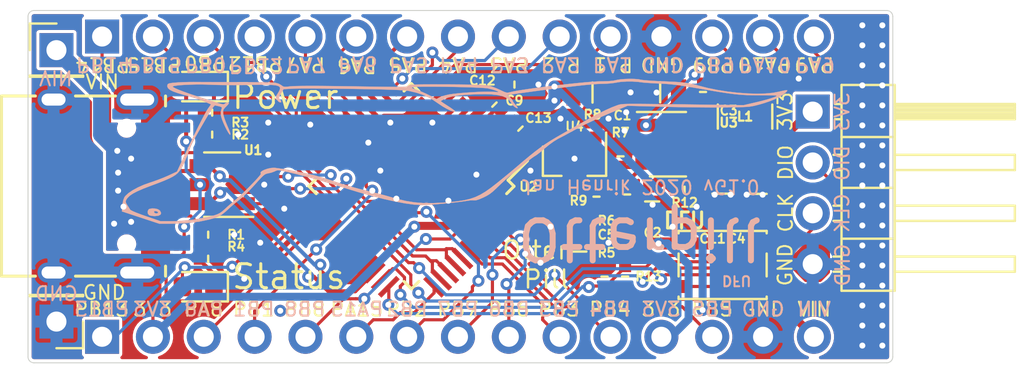
<source format=kicad_pcb>
(kicad_pcb (version 20171130) (host pcbnew 5.1.5+dfsg1-2build2)
  (layers (0 F.Cu signal) (31 B.Cu signal) (34 B.Paste user) (35 F.Paste user) (36 B.SilkS user) (37 F.SilkS user) (38 B.Mask user) (39 F.Mask user) (44 Edge.Cuts user))
  (net 0 "")
  (net 1 GND)
  (net 2 "Net-(C3-Pad2)")
  (net 3 "Net-(C3-Pad1)")
  (net 4 +3V3)
  (net 5 "Net-(D1-Pad1)")
  (net 6 "Net-(D2-Pad1)")
  (net 7 "Net-(J1-PadA8)")
  (net 8 "Net-(J1-PadB8)")
  (net 9 "Net-(R6-Pad2)")
  (net 10 "Net-(U2-Pad3)")
  (net 11 SWCLK)
  (net 12 SWDIO)
  (net 13 CC2)
  (net 14 CC1)
  (net 15 USB_P)
  (net 16 USB_N)
  (net 17 VIN)
  (net 18 "Net-(R12-Pad2)")
  (net 19 "Net-(R13-Pad1)")
  (net 20 PB13)
  (net 21 PA9)
  (net 22 PA10)
  (net 23 PB9)
  (net 24 PA1)
  (net 25 PA2)
  (net 26 PA3)
  (net 27 PA4)
  (net 28 PA5)
  (net 29 PA6)
  (net 30 PA7)
  (net 31 PB0)
  (net 32 PB15)
  (net 33 PB14)
  (net 34 PB5)
  (net 35 PB4)
  (net 36 PB3)
  (net 37 PB6)
  (net 38 PB7)
  (net 39 PB2)
  (net 40 PA15)
  (net 41 PB8)
  (net 42 PB1)
  (net 43 PA8)
  (net 44 PA0)
  (net 45 "Net-(C1-Pad1)")
  (net 46 "Net-(C12-Pad1)")
  (net 47 VREF+)
  (net 48 PB12)
  (net 49 "Net-(U2-Pad31)")
  (net 50 "Net-(U2-Pad30)")
  (net 51 PB11)
  (net 52 PB10)
  (net 53 "Net-(U2-Pad9)")
  (net 54 "Net-(U2-Pad8)")
  (net 55 "Net-(U2-Pad2)")
  (net 56 "Net-(U2-Pad1)")
  (module otter:R_0402 (layer F.Cu) (at 49.83 33.09 90)
    (fp_text reference R13 (at 0 1.17 180) (layer F.SilkS) (effects (font (size 0.45 0.45) (thickness 0.1))))
    (fp_text value 100 hide)
    (pad 2 smd rect (at 0.47 0 90) (size 0.5 0.6) (layers F.Cu F.Paste F.Mask) (net 11 SWCLK))
    (pad 1 smd rect (at -0.47 0 90) (size 0.5 0.6) (layers F.Cu F.Paste F.Mask) (net 19 "Net-(R13-Pad1)"))
  )
  (module otter:R_0402 (layer F.Cu) (at 52.8 28.75)
    (fp_text reference R12 (at 0 0.65) (layer F.SilkS) (effects (font (size 0.45 0.45) (thickness 0.1))))
    (fp_text value 100k hide)
    (pad 2 smd rect (at 0.47 0) (size 0.5 0.6) (layers F.Cu F.Paste F.Mask) (net 18 "Net-(R12-Pad2)"))
    (pad 1 smd rect (at -0.47 0) (size 0.5 0.6) (layers F.Cu F.Paste F.Mask) (net 45 "Net-(C1-Pad1)"))
  )
  (module otter:R_0402 (layer F.Cu) (at 48.4 29.1 90)
    (fp_text reference R9 (at -0.2 -0.9 180) (layer F.SilkS) (effects (font (size 0.45 0.45) (thickness 0.1))))
    (fp_text value 100 hide)
    (pad 2 smd rect (at 0.47 0 90) (size 0.5 0.6) (layers F.Cu F.Paste F.Mask) (net 47 VREF+))
    (pad 1 smd rect (at -0.47 0 90) (size 0.5 0.6) (layers F.Cu F.Paste F.Mask) (net 4 +3V3))
  )
  (module otter:R_0805 (layer F.Cu) (at 48.2 23.9)
    (fp_text reference R8 (at 0 1.1) (layer F.SilkS) (effects (font (size 0.45 0.45) (thickness 0.1))))
    (fp_text value 1 hide)
    (pad 2 smd rect (at 0.95 0) (size 0.7 1.3) (layers F.Cu F.Paste F.Mask) (net 45 "Net-(C1-Pad1)"))
    (pad 1 smd rect (at -0.95 0) (size 0.7 1.3) (layers F.Cu F.Paste F.Mask) (net 17 VIN))
  )
  (module otter:R_0402 (layer F.Cu) (at 49.6 27.085 90)
    (fp_text reference R7 (at 1.185 0 180) (layer F.SilkS) (effects (font (size 0.45 0.45) (thickness 0.1))))
    (fp_text value 22k hide)
    (pad 2 smd rect (at 0.47 0 90) (size 0.5 0.6) (layers F.Cu F.Paste F.Mask) (net 1 GND))
    (pad 1 smd rect (at -0.47 0 90) (size 0.5 0.6) (layers F.Cu F.Paste F.Mask) (net 9 "Net-(R6-Pad2)"))
  )
  (module otter:R_0402 (layer F.Cu) (at 49.93 28.99 90)
    (fp_text reference R6 (at -1.31 -1.03 180) (layer F.SilkS) (effects (font (size 0.45 0.45) (thickness 0.1))))
    (fp_text value 100k hide)
    (pad 2 smd rect (at 0.47 0 90) (size 0.5 0.6) (layers F.Cu F.Paste F.Mask) (net 9 "Net-(R6-Pad2)"))
    (pad 1 smd rect (at -0.47 0 90) (size 0.5 0.6) (layers F.Cu F.Paste F.Mask) (net 4 +3V3))
  )
  (module otter:R_0402 (layer F.Cu) (at 48.8 33.095 90)
    (fp_text reference R5 (at 1.195 0.1 180) (layer F.SilkS) (effects (font (size 0.45 0.45) (thickness 0.1))))
    (fp_text value 3k3 hide)
    (pad 2 smd rect (at 0.47 0 90) (size 0.5 0.6) (layers F.Cu F.Paste F.Mask) (net 1 GND))
    (pad 1 smd rect (at -0.47 0 90) (size 0.5 0.6) (layers F.Cu F.Paste F.Mask) (net 11 SWCLK))
  )
  (module otter:R_0402 (layer F.Cu) (at 29 32.2)
    (fp_text reference R4 (at 1.4 -0.6) (layer F.SilkS) (effects (font (size 0.45 0.45) (thickness 0.1))))
    (fp_text value 3k3 hide)
    (pad 2 smd rect (at 0.47 0) (size 0.5 0.6) (layers F.Cu F.Paste F.Mask) (net 1 GND))
    (pad 1 smd rect (at -0.47 0) (size 0.5 0.6) (layers F.Cu F.Paste F.Mask) (net 6 "Net-(D2-Pad1)"))
  )
  (module otter:R_0402 (layer F.Cu) (at 29.2 24.9)
    (fp_text reference R3 (at 1.4 0.5) (layer F.SilkS) (effects (font (size 0.45 0.45) (thickness 0.1))))
    (fp_text value 3k3 hide)
    (pad 2 smd rect (at 0.47 0) (size 0.5 0.6) (layers F.Cu F.Paste F.Mask) (net 1 GND))
    (pad 1 smd rect (at -0.47 0) (size 0.5 0.6) (layers F.Cu F.Paste F.Mask) (net 5 "Net-(D1-Pad1)"))
  )
  (module otter:R_0402 (layer F.Cu) (at 29.2 26 180)
    (fp_text reference R2 (at -1.4 0) (layer F.SilkS) (effects (font (size 0.45 0.45) (thickness 0.1))))
    (fp_text value DNP hide)
    (pad 2 smd rect (at 0.47 0 180) (size 0.5 0.6) (layers F.Cu F.Paste F.Mask) (net 14 CC1))
    (pad 1 smd rect (at -0.47 0 180) (size 0.5 0.6) (layers F.Cu F.Paste F.Mask) (net 1 GND))
  )
  (module otter:R_0402 (layer F.Cu) (at 29 31 180)
    (fp_text reference R1 (at -1.4 0) (layer F.SilkS) (effects (font (size 0.45 0.45) (thickness 0.1))))
    (fp_text value DNP hide)
    (pad 2 smd rect (at 0.47 0 180) (size 0.5 0.6) (layers F.Cu F.Paste F.Mask) (net 13 CC2))
    (pad 1 smd rect (at -0.47 0 180) (size 0.5 0.6) (layers F.Cu F.Paste F.Mask) (net 1 GND))
  )
  (module Package_TO_SOT_SMD:SOT-23 (layer F.Cu) (at 47.3 27.3 270)
    (fp_text reference U4 (at -1.7 0 180) (layer F.SilkS) (effects (font (size 0.45 0.45) (thickness 0.1))))
    (fp_text value CJ431)
    (pad 3 smd rect (at 1 0 270) (size 0.9 0.8) (layers F.Cu F.Paste F.Mask) (net 1 GND))
    (pad 2 smd rect (at -1 0.95 270) (size 0.9 0.8) (layers F.Cu F.Paste F.Mask) (net 47 VREF+))
    (pad 1 smd rect (at -1 -0.95 270) (size 0.9 0.8) (layers F.Cu F.Paste F.Mask) (net 47 VREF+))
  )
  (module Package_QFP:TQFP-48_7x7mm_P0.5mm (layer F.Cu) (at 39.154416 28.58 225)
    (fp_text reference U2 (at -4.11931 -4.147594) (layer F.SilkS) (effects (font (size 0.45 0.45) (thickness 0.1))))
    (fp_text value STM32G071C8Tx)
    (pad 48 smd rect (at -2.75 -4.35 315) (size 1.3 0.25) (layers F.Cu F.Paste F.Mask) (net 23 PB9))
    (pad 47 smd rect (at -2.25 -4.35 315) (size 1.3 0.25) (layers F.Cu F.Paste F.Mask) (net 41 PB8))
    (pad 46 smd rect (at -1.75 -4.35 315) (size 1.3 0.25) (layers F.Cu F.Paste F.Mask) (net 38 PB7))
    (pad 45 smd rect (at -1.25 -4.35 315) (size 1.3 0.25) (layers F.Cu F.Paste F.Mask) (net 37 PB6))
    (pad 44 smd rect (at -0.75 -4.35 315) (size 1.3 0.25) (layers F.Cu F.Paste F.Mask) (net 34 PB5))
    (pad 43 smd rect (at -0.25 -4.35 315) (size 1.3 0.25) (layers F.Cu F.Paste F.Mask) (net 35 PB4))
    (pad 42 smd rect (at 0.25 -4.35 315) (size 1.3 0.25) (layers F.Cu F.Paste F.Mask) (net 36 PB3))
    (pad 41 smd rect (at 0.75 -4.35 315) (size 1.3 0.25) (layers F.Cu F.Paste F.Mask) (net 13 CC2))
    (pad 40 smd rect (at 1.25 -4.35 315) (size 1.3 0.25) (layers F.Cu F.Paste F.Mask) (net 13 CC2))
    (pad 39 smd rect (at 1.75 -4.35 315) (size 1.3 0.25) (layers F.Cu F.Paste F.Mask) (net 14 CC1))
    (pad 38 smd rect (at 2.25 -4.35 315) (size 1.3 0.25) (layers F.Cu F.Paste F.Mask) (net 14 CC1))
    (pad 37 smd rect (at 2.75 -4.35 315) (size 1.3 0.25) (layers F.Cu F.Paste F.Mask) (net 40 PA15))
    (pad 36 smd rect (at 4.35 -2.75 225) (size 1.3 0.25) (layers F.Cu F.Paste F.Mask) (net 11 SWCLK))
    (pad 35 smd rect (at 4.35 -2.25 225) (size 1.3 0.25) (layers F.Cu F.Paste F.Mask) (net 12 SWDIO))
    (pad 34 smd rect (at 4.35 -1.75 225) (size 1.3 0.25) (layers F.Cu F.Paste F.Mask) (net 15 USB_P))
    (pad 33 smd rect (at 4.35 -1.25 225) (size 1.3 0.25) (layers F.Cu F.Paste F.Mask) (net 16 USB_N))
    (pad 32 smd rect (at 4.35 -0.75 225) (size 1.3 0.25) (layers F.Cu F.Paste F.Mask) (net 22 PA10))
    (pad 31 smd rect (at 4.35 -0.25 225) (size 1.3 0.25) (layers F.Cu F.Paste F.Mask) (net 49 "Net-(U2-Pad31)"))
    (pad 30 smd rect (at 4.35 0.25 225) (size 1.3 0.25) (layers F.Cu F.Paste F.Mask) (net 50 "Net-(U2-Pad30)"))
    (pad 29 smd rect (at 4.35 0.75 225) (size 1.3 0.25) (layers F.Cu F.Paste F.Mask) (net 21 PA9))
    (pad 28 smd rect (at 4.35 1.25 225) (size 1.3 0.25) (layers F.Cu F.Paste F.Mask) (net 43 PA8))
    (pad 27 smd rect (at 4.35 1.75 225) (size 1.3 0.25) (layers F.Cu F.Paste F.Mask) (net 32 PB15))
    (pad 26 smd rect (at 4.35 2.25 225) (size 1.3 0.25) (layers F.Cu F.Paste F.Mask) (net 33 PB14))
    (pad 25 smd rect (at 4.35 2.75 225) (size 1.3 0.25) (layers F.Cu F.Paste F.Mask) (net 20 PB13))
    (pad 24 smd rect (at 2.75 4.35 315) (size 1.3 0.25) (layers F.Cu F.Paste F.Mask) (net 48 PB12))
    (pad 23 smd rect (at 2.25 4.35 315) (size 1.3 0.25) (layers F.Cu F.Paste F.Mask) (net 51 PB11))
    (pad 22 smd rect (at 1.75 4.35 315) (size 1.3 0.25) (layers F.Cu F.Paste F.Mask) (net 52 PB10))
    (pad 21 smd rect (at 1.25 4.35 315) (size 1.3 0.25) (layers F.Cu F.Paste F.Mask) (net 39 PB2))
    (pad 20 smd rect (at 0.75 4.35 315) (size 1.3 0.25) (layers F.Cu F.Paste F.Mask) (net 42 PB1))
    (pad 19 smd rect (at 0.25 4.35 315) (size 1.3 0.25) (layers F.Cu F.Paste F.Mask) (net 31 PB0))
    (pad 18 smd rect (at -0.25 4.35 315) (size 1.3 0.25) (layers F.Cu F.Paste F.Mask) (net 30 PA7))
    (pad 17 smd rect (at -0.75 4.35 315) (size 1.3 0.25) (layers F.Cu F.Paste F.Mask) (net 29 PA6))
    (pad 16 smd rect (at -1.25 4.35 315) (size 1.3 0.25) (layers F.Cu F.Paste F.Mask) (net 28 PA5))
    (pad 15 smd rect (at -1.75 4.35 315) (size 1.3 0.25) (layers F.Cu F.Paste F.Mask) (net 27 PA4))
    (pad 14 smd rect (at -2.25 4.35 315) (size 1.3 0.25) (layers F.Cu F.Paste F.Mask) (net 26 PA3))
    (pad 13 smd rect (at -2.75 4.35 315) (size 1.3 0.25) (layers F.Cu F.Paste F.Mask) (net 25 PA2))
    (pad 12 smd rect (at -4.35 2.75 225) (size 1.3 0.25) (layers F.Cu F.Paste F.Mask) (net 24 PA1))
    (pad 11 smd rect (at -4.35 2.25 225) (size 1.3 0.25) (layers F.Cu F.Paste F.Mask) (net 44 PA0))
    (pad 10 smd rect (at -4.35 1.75 225) (size 1.3 0.25) (layers F.Cu F.Paste F.Mask) (net 46 "Net-(C12-Pad1)"))
    (pad 9 smd rect (at -4.35 1.25 225) (size 1.3 0.25) (layers F.Cu F.Paste F.Mask) (net 53 "Net-(U2-Pad9)"))
    (pad 8 smd rect (at -4.35 0.75 225) (size 1.3 0.25) (layers F.Cu F.Paste F.Mask) (net 54 "Net-(U2-Pad8)"))
    (pad 7 smd rect (at -4.35 0.25 225) (size 1.3 0.25) (layers F.Cu F.Paste F.Mask) (net 1 GND))
    (pad 6 smd rect (at -4.35 -0.25 225) (size 1.3 0.25) (layers F.Cu F.Paste F.Mask) (net 4 +3V3))
    (pad 5 smd rect (at -4.35 -0.75 225) (size 1.3 0.25) (layers F.Cu F.Paste F.Mask) (net 47 VREF+))
    (pad 4 smd rect (at -4.35 -1.25 225) (size 1.3 0.25) (layers F.Cu F.Paste F.Mask) (net 4 +3V3))
    (pad 3 smd rect (at -4.35 -1.75 225) (size 1.3 0.25) (layers F.Cu F.Paste F.Mask) (net 10 "Net-(U2-Pad3)"))
    (pad 2 smd rect (at -4.35 -2.25 225) (size 1.3 0.25) (layers F.Cu F.Paste F.Mask) (net 55 "Net-(U2-Pad2)"))
    (pad 1 smd rect (at -4.35 -2.75 225) (size 1.3 0.25) (layers F.Cu F.Paste F.Mask) (net 56 "Net-(U2-Pad1)"))
  )
  (module otter:C_0402 (layer F.Cu) (at 44.6 25.7 315)
    (fp_text reference C13 (at 0.261396 -1.011396 180) (layer F.SilkS) (effects (font (size 0.45 0.45) (thickness 0.1))))
    (fp_text value "100n 50V" hide)
    (pad 2 smd rect (at 0.47 0 315) (size 0.5 0.6) (layers F.Cu F.Paste F.Mask) (net 1 GND))
    (pad 1 smd rect (at -0.47 0 315) (size 0.5 0.6) (layers F.Cu F.Paste F.Mask) (net 47 VREF+))
  )
  (module otter:C_0402 (layer F.Cu) (at 44.3 23.5)
    (fp_text reference C12 (at -1.6 -0.2) (layer F.SilkS) (effects (font (size 0.45 0.45) (thickness 0.1))))
    (fp_text value "100n 50V" hide)
    (pad 2 smd rect (at 0.47 0) (size 0.5 0.6) (layers F.Cu F.Paste F.Mask) (net 1 GND))
    (pad 1 smd rect (at -0.47 0) (size 0.5 0.6) (layers F.Cu F.Paste F.Mask) (net 46 "Net-(C12-Pad1)"))
  )
  (module otter:C_0805 (layer F.Cu) (at 54.69 28.95 270)
    (fp_text reference C11 (at 2.25 0.49 180) (layer F.SilkS) (effects (font (size 0.45 0.45) (thickness 0.1))))
    (fp_text value "10u 25V" hide)
    (pad 2 smd rect (at 0.95 0 270) (size 0.7 1.3) (layers F.Cu F.Paste F.Mask) (net 1 GND))
    (pad 1 smd rect (at -0.95 0 270) (size 0.7 1.3) (layers F.Cu F.Paste F.Mask) (net 4 +3V3))
  )
  (module otter:C_0402 (layer F.Cu) (at 43.3 24.5 135)
    (fp_text reference C9 (at -0.565685 0.848528 180) (layer F.SilkS) (effects (font (size 0.45 0.45) (thickness 0.1))))
    (fp_text value "100n 50V" hide)
    (pad 2 smd rect (at 0.47 0 135) (size 0.5 0.6) (layers F.Cu F.Paste F.Mask) (net 1 GND))
    (pad 1 smd rect (at -0.47 0 135) (size 0.5 0.6) (layers F.Cu F.Paste F.Mask) (net 4 +3V3))
  )
  (module otter:C_0402 (layer F.Cu) (at 49.8 31 270)
    (fp_text reference C5 (at 0 0.9 180) (layer F.SilkS) (effects (font (size 0.45 0.45) (thickness 0.1))))
    (fp_text value "100n 50V" hide)
    (pad 2 smd rect (at 0.47 0 270) (size 0.5 0.6) (layers F.Cu F.Paste F.Mask) (net 1 GND))
    (pad 1 smd rect (at -0.47 0 270) (size 0.5 0.6) (layers F.Cu F.Paste F.Mask) (net 4 +3V3))
  )
  (module otter:C_0805 (layer F.Cu) (at 56.4 28.96 270)
    (fp_text reference C4 (at 2.24 1 180) (layer F.SilkS) (effects (font (size 0.45 0.45) (thickness 0.1))))
    (fp_text value "10u 25V" hide)
    (pad 2 smd rect (at 0.95 0 270) (size 0.7 1.3) (layers F.Cu F.Paste F.Mask) (net 1 GND))
    (pad 1 smd rect (at -0.95 0 270) (size 0.7 1.3) (layers F.Cu F.Paste F.Mask) (net 4 +3V3))
  )
  (module otter:C_0402 (layer F.Cu) (at 53.72 23.87 270)
    (fp_text reference C3 (at 0.93 -1.28 180) (layer F.SilkS) (effects (font (size 0.45 0.45) (thickness 0.1))))
    (fp_text value "100n 50V" hide)
    (pad 2 smd rect (at 0.47 0 270) (size 0.5 0.6) (layers F.Cu F.Paste F.Mask) (net 2 "Net-(C3-Pad2)"))
    (pad 1 smd rect (at -0.47 0 270) (size 0.5 0.6) (layers F.Cu F.Paste F.Mask) (net 3 "Net-(C3-Pad1)"))
  )
  (module otter:C_0603 (layer F.Cu) (at 51.18 29.34 270)
    (fp_text reference C2 (at 1.56 -0.02 180) (layer F.SilkS) (effects (font (size 0.45 0.45) (thickness 0.1))))
    (fp_text value "100n 50V" hide)
    (pad 2 smd rect (at 0.75 0 270) (size 0.6 0.9) (layers F.Cu F.Paste F.Mask) (net 1 GND))
    (pad 1 smd rect (at -0.75 0 270) (size 0.6 0.9) (layers F.Cu F.Paste F.Mask) (net 45 "Net-(C1-Pad1)"))
  )
  (module otter:C_0805 (layer F.Cu) (at 51.58 23.89 180)
    (fp_text reference C1 (at 1.88 -1.15) (layer F.SilkS) (effects (font (size 0.45 0.45) (thickness 0.1))))
    (fp_text value "10u 25V" hide)
    (pad 2 smd rect (at 0.95 0 180) (size 0.7 1.3) (layers F.Cu F.Paste F.Mask) (net 1 GND))
    (pad 1 smd rect (at -0.95 0 180) (size 0.7 1.3) (layers F.Cu F.Paste F.Mask) (net 45 "Net-(C1-Pad1)"))
  )
  (module otter:PinHeader_1x04_P2.54mm_Horizontal (layer F.Cu) (at 59.2 24.85)
    (fp_text reference J5 hide)
    (fp_text value SWD)
    (pad 4 thru_hole oval (at 0 7.62) (size 1.7 1.7) (drill 1) (layers *.Cu *.Mask) (net 1 GND))
    (pad 3 thru_hole oval (at 0 5.08) (size 1.7 1.7) (drill 1) (layers *.Cu *.Mask) (net 11 SWCLK))
    (pad 2 thru_hole oval (at 0 2.54) (size 1.7 1.7) (drill 1) (layers *.Cu *.Mask) (net 12 SWDIO))
    (pad 1 thru_hole rect (at 0 0) (size 1.7 1.7) (drill 1) (layers *.Cu *.Mask) (net 4 +3V3))
  )
  (module Inductor_SMD:L_1210_3225Metric (layer F.Cu) (at 55.82 25.1 270)
    (fp_text reference L1 (at 0 0) (layer F.SilkS) (effects (font (size 0.45 0.45) (thickness 0.1125))))
    (fp_text value 4u7)
    (pad 1 smd roundrect (at -1.4 0 270) (size 1.25 2.65) (layers F.Cu F.Paste F.Mask) (roundrect_rratio 0.2) (net 2 "Net-(C3-Pad2)"))
    (pad 2 smd roundrect (at 1.4 0 270) (size 1.25 2.65) (layers F.Cu F.Paste F.Mask) (roundrect_rratio 0.2) (net 4 +3V3))
  )
  (module Connector_PinHeader_2.54mm:PinHeader_1x01_P2.54mm_Vertical (layer F.Cu) (at 21.42 21.78)
    (fp_text reference J2 hide)
    (fp_text value VBUS)
    (pad 1 thru_hole rect (at 0 0) (size 1.7 1.7) (drill 1) (layers *.Cu *.Mask) (net 17 VIN))
  )
  (module Connector_PinHeader_2.54mm:PinHeader_1x01_P2.54mm_Vertical (layer F.Cu) (at 21.42 35.34 180)
    (fp_text reference J6 hide)
    (fp_text value GND)
    (pad 1 thru_hole rect (at 0 0 180) (size 1.7 1.7) (drill 1) (layers *.Cu *.Mask) (net 1 GND))
  )
  (module Connector_PinHeader_2.54mm:PinHeader_1x15_P2.54mm_Vertical (layer F.Cu) (at 23.7 21.1 90)
    (fp_text reference J3 hide)
    (fp_text value 1)
    (pad 15 thru_hole oval (at 0 35.56 90) (size 1.7 1.7) (drill 1) (layers *.Cu *.Mask) (net 21 PA9))
    (pad 14 thru_hole oval (at 0 33.02 90) (size 1.7 1.7) (drill 1) (layers *.Cu *.Mask) (net 22 PA10))
    (pad 13 thru_hole oval (at 0 30.48 90) (size 1.7 1.7) (drill 1) (layers *.Cu *.Mask) (net 23 PB9))
    (pad 12 thru_hole oval (at 0 27.94 90) (size 1.7 1.7) (drill 1) (layers *.Cu *.Mask) (net 1 GND))
    (pad 11 thru_hole oval (at 0 25.4 90) (size 1.7 1.7) (drill 1) (layers *.Cu *.Mask) (net 24 PA1))
    (pad 10 thru_hole oval (at 0 22.86 90) (size 1.7 1.7) (drill 1) (layers *.Cu *.Mask) (net 25 PA2))
    (pad 9 thru_hole oval (at 0 20.32 90) (size 1.7 1.7) (drill 1) (layers *.Cu *.Mask) (net 26 PA3))
    (pad 8 thru_hole oval (at 0 17.78 90) (size 1.7 1.7) (drill 1) (layers *.Cu *.Mask) (net 27 PA4))
    (pad 7 thru_hole oval (at 0 15.24 90) (size 1.7 1.7) (drill 1) (layers *.Cu *.Mask) (net 28 PA5))
    (pad 6 thru_hole oval (at 0 12.7 90) (size 1.7 1.7) (drill 1) (layers *.Cu *.Mask) (net 29 PA6))
    (pad 5 thru_hole oval (at 0 10.16 90) (size 1.7 1.7) (drill 1) (layers *.Cu *.Mask) (net 30 PA7))
    (pad 4 thru_hole oval (at 0 7.62 90) (size 1.7 1.7) (drill 1) (layers *.Cu *.Mask) (net 48 PB12))
    (pad 3 thru_hole oval (at 0 5.08 90) (size 1.7 1.7) (drill 1) (layers *.Cu *.Mask) (net 31 PB0))
    (pad 2 thru_hole oval (at 0 2.54 90) (size 1.7 1.7) (drill 1) (layers *.Cu *.Mask) (net 32 PB15))
    (pad 1 thru_hole rect (at 0 0 90) (size 1.7 1.7) (drill 1) (layers *.Cu *.Mask) (net 33 PB14))
  )
  (module Connector_PinHeader_2.54mm:PinHeader_1x15_P2.54mm_Vertical (layer F.Cu) (at 23.7 36.1 90)
    (fp_text reference J4 hide)
    (fp_text value 2)
    (pad 15 thru_hole oval (at 0 35.56 90) (size 1.7 1.7) (drill 1) (layers *.Cu *.Mask) (net 17 VIN))
    (pad 14 thru_hole oval (at 0 33.02 90) (size 1.7 1.7) (drill 1) (layers *.Cu *.Mask) (net 1 GND))
    (pad 13 thru_hole oval (at 0 30.48 90) (size 1.7 1.7) (drill 1) (layers *.Cu *.Mask) (net 34 PB5))
    (pad 12 thru_hole oval (at 0 27.94 90) (size 1.7 1.7) (drill 1) (layers *.Cu *.Mask) (net 4 +3V3))
    (pad 11 thru_hole oval (at 0 25.4 90) (size 1.7 1.7) (drill 1) (layers *.Cu *.Mask) (net 35 PB4))
    (pad 10 thru_hole oval (at 0 22.86 90) (size 1.7 1.7) (drill 1) (layers *.Cu *.Mask) (net 36 PB3))
    (pad 9 thru_hole oval (at 0 20.32 90) (size 1.7 1.7) (drill 1) (layers *.Cu *.Mask) (net 37 PB6))
    (pad 8 thru_hole oval (at 0 17.78 90) (size 1.7 1.7) (drill 1) (layers *.Cu *.Mask) (net 38 PB7))
    (pad 7 thru_hole oval (at 0 15.24 90) (size 1.7 1.7) (drill 1) (layers *.Cu *.Mask) (net 39 PB2))
    (pad 6 thru_hole oval (at 0 12.7 90) (size 1.7 1.7) (drill 1) (layers *.Cu *.Mask) (net 40 PA15))
    (pad 5 thru_hole oval (at 0 10.16 90) (size 1.7 1.7) (drill 1) (layers *.Cu *.Mask) (net 41 PB8))
    (pad 4 thru_hole oval (at 0 7.62 90) (size 1.7 1.7) (drill 1) (layers *.Cu *.Mask) (net 42 PB1))
    (pad 3 thru_hole oval (at 0 5.08 90) (size 1.7 1.7) (drill 1) (layers *.Cu *.Mask) (net 43 PA8))
    (pad 2 thru_hole oval (at 0 2.54 90) (size 1.7 1.7) (drill 1) (layers *.Cu *.Mask) (net 4 +3V3))
    (pad 1 thru_hole rect (at 0 0 90) (size 1.7 1.7) (drill 1) (layers *.Cu *.Mask) (net 20 PB13))
  )
  (module Button_Switch_SMD:SW_SPST_PTS810 (layer F.Cu) (at 54.7 32.512 180)
    (fp_text reference SW1 hide)
    (fp_text value DFU)
    (pad 2 smd rect (at 2.075 1.075 180) (size 1.05 0.65) (layers F.Cu F.Paste F.Mask) (net 4 +3V3))
    (pad 2 smd rect (at -2.075 1.075 180) (size 1.05 0.65) (layers F.Cu F.Paste F.Mask) (net 4 +3V3))
    (pad 1 smd rect (at 2.075 -1.075 180) (size 1.05 0.65) (layers F.Cu F.Paste F.Mask) (net 19 "Net-(R13-Pad1)"))
    (pad 1 smd rect (at -2.075 -1.075 180) (size 1.05 0.65) (layers F.Cu F.Paste F.Mask) (net 19 "Net-(R13-Pad1)"))
  )
  (module Package_TO_SOT_SMD:SOT-23-6 (layer F.Cu) (at 51.97 26.48)
    (fp_text reference U3 (at 3.03 -1.08 -180) (layer F.SilkS) (effects (font (size 0.45 0.45) (thickness 0.1125))))
    (fp_text value SY8201)
    (pad 5 smd rect (at 1.1 0) (size 1.06 0.65) (layers F.Cu F.Paste F.Mask) (net 45 "Net-(C1-Pad1)"))
    (pad 6 smd rect (at 1.1 -0.95) (size 1.06 0.65) (layers F.Cu F.Paste F.Mask) (net 2 "Net-(C3-Pad2)"))
    (pad 4 smd rect (at 1.1 0.95) (size 1.06 0.65) (layers F.Cu F.Paste F.Mask) (net 18 "Net-(R12-Pad2)"))
    (pad 3 smd rect (at -1.1 0.95) (size 1.06 0.65) (layers F.Cu F.Paste F.Mask) (net 9 "Net-(R6-Pad2)"))
    (pad 2 smd rect (at -1.1 0) (size 1.06 0.65) (layers F.Cu F.Paste F.Mask) (net 1 GND))
    (pad 1 smd rect (at -1.1 -0.95) (size 1.06 0.65) (layers F.Cu F.Paste F.Mask) (net 3 "Net-(C3-Pad1)"))
  )
  (module Package_TO_SOT_SMD:SOT-23-6 (layer F.Cu) (at 29.7 28.5 180)
    (fp_text reference U1 (at -1.55 1.725 180) (layer F.SilkS) (effects (font (size 0.45 0.45) (thickness 0.1125))))
    (fp_text value USBLC6-4)
    (pad 5 smd rect (at 1.1 0 180) (size 1.06 0.65) (layers F.Cu F.Paste F.Mask) (net 4 +3V3))
    (pad 6 smd rect (at 1.1 -0.95 180) (size 1.06 0.65) (layers F.Cu F.Paste F.Mask) (net 15 USB_P))
    (pad 4 smd rect (at 1.1 0.95 180) (size 1.06 0.65) (layers F.Cu F.Paste F.Mask) (net 16 USB_N))
    (pad 3 smd rect (at -1.1 0.95 180) (size 1.06 0.65) (layers F.Cu F.Paste F.Mask) (net 14 CC1))
    (pad 2 smd rect (at -1.1 0 180) (size 1.06 0.65) (layers F.Cu F.Paste F.Mask) (net 1 GND))
    (pad 1 smd rect (at -1.1 -0.95 180) (size 1.06 0.65) (layers F.Cu F.Paste F.Mask) (net 13 CC2))
  )
  (module "otter:USB-C 16Pin" (layer F.Cu) (at 26.369999 28.57 270)
    (fp_text reference J1 hide)
    (fp_text value USB-c)
    (pad S1 thru_hole oval (at -4.32 0.915 270) (size 1 2.1) (drill oval 0.6 1.7) (layers *.Cu *.Mask) (net 1 GND))
    (pad S1 thru_hole oval (at 4.32 0.915 270) (size 1 2.1) (drill oval 0.6 1.7) (layers *.Cu *.Mask) (net 1 GND))
    (pad S1 thru_hole oval (at -4.32 5.095 270) (size 1 1.6) (drill oval 0.6 1.2) (layers *.Cu *.Mask) (net 1 GND))
    (pad S1 thru_hole oval (at 4.32 5.095 270) (size 1 1.6) (drill oval 0.6 1.2) (layers *.Cu *.Mask) (net 1 GND))
    (pad "" np_thru_hole circle (at 2.89 1.445 270) (size 0.65 0.65) (drill 0.65) (layers *.Cu *.Mask))
    (pad "" np_thru_hole circle (at -2.89 1.445 270) (size 0.65 0.65) (drill 0.65) (layers *.Cu *.Mask))
    (pad B1 smd rect (at 3.2 0 270) (size 0.6 1.45) (layers F.Cu F.Paste F.Mask) (net 1 GND))
    (pad B4 smd rect (at 2.4 0 270) (size 0.6 1.45) (layers F.Cu F.Paste F.Mask) (net 17 VIN))
    (pad B5 smd rect (at 1.75 0 270) (size 0.3 1.45) (layers F.Cu F.Paste F.Mask) (net 13 CC2))
    (pad A8 smd rect (at 1.25 0 270) (size 0.3 1.45) (layers F.Cu F.Paste F.Mask) (net 7 "Net-(J1-PadA8)"))
    (pad B6 smd rect (at 0.75 0 270) (size 0.3 1.45) (layers F.Cu F.Paste F.Mask) (net 15 USB_P))
    (pad A7 smd rect (at 0.25 0 270) (size 0.3 1.45) (layers F.Cu F.Paste F.Mask) (net 16 USB_N))
    (pad A6 smd rect (at -0.25 0 270) (size 0.3 1.45) (layers F.Cu F.Paste F.Mask) (net 15 USB_P))
    (pad B7 smd rect (at -0.75 0 270) (size 0.3 1.45) (layers F.Cu F.Paste F.Mask) (net 16 USB_N))
    (pad A5 smd rect (at -1.25 0 270) (size 0.3 1.45) (layers F.Cu F.Paste F.Mask) (net 14 CC1))
    (pad B8 smd rect (at -1.75 0 270) (size 0.3 1.45) (layers F.Cu F.Paste F.Mask) (net 8 "Net-(J1-PadB8)"))
    (pad A4 smd rect (at -2.4 0 270) (size 0.6 1.45) (layers F.Cu F.Paste F.Mask) (net 17 VIN))
    (pad A1 smd rect (at -3.2 0 270) (size 0.6 1.45) (layers F.Cu F.Paste F.Mask) (net 1 GND))
  )
  (module LED_SMD:LED_0603_1608Metric (layer F.Cu) (at 28.5 33.6 180)
    (fp_text reference D2 hide)
    (fp_text value "LED GREEN")
    (pad 2 smd roundrect (at 0.7875 0 180) (size 0.875 0.95) (layers F.Cu F.Paste F.Mask) (net 20 PB13))
    (pad 1 smd roundrect (at -0.7875 0 180) (size 0.875 0.95) (layers F.Cu F.Paste F.Mask) (net 6 "Net-(D2-Pad1)"))
  )
  (module LED_SMD:LED_0603_1608Metric (layer F.Cu) (at 28.5 23.6 180)
    (fp_text reference D1 hide)
    (fp_text value "LED RED")
    (pad 2 smd roundrect (at 0.7875 0 180) (size 0.875 0.95) (layers F.Cu F.Paste F.Mask) (net 4 +3V3))
    (pad 1 smd roundrect (at -0.7875 0 180) (size 0.875 0.95) (layers F.Cu F.Paste F.Mask) (net 5 "Net-(D1-Pad1)"))
  )
  (module otter:otter_laying_3411 (layer B.Cu) (at 41 26.81)
    (fp_text reference G*** hide)
    (fp_text value LOGO hide)
  )
  (gr_text "Otter-\nPill" (at 45.9 32.5) (layer F.SilkS) (effects (font (size 0.9 0.9) (thickness 0.12))))
  (gr_text 3V3 (at 57.82 24.84 90) (layer F.SilkS) (effects (font (size 0.7 0.7) (thickness 0.1))))
  (gr_text GND (at 21.42 33.95) (layer B.SilkS) (effects (font (size 0.7 0.7) (thickness 0.1)) (justify mirror)))
  (gr_text VIN (at 21.39 23.16 180) (layer B.SilkS) (effects (font (size 0.7 0.7) (thickness 0.1)) (justify mirror)))
  (gr_text VIN (at 23.71 23.37) (layer F.SilkS) (effects (font (size 0.7 0.7) (thickness 0.1))))
  (gr_text GND (at 23.81 33.89) (layer F.SilkS) (effects (font (size 0.7 0.7) (thickness 0.1))))
  (gr_text DFU (at 55.4 33.3 180) (layer B.SilkS) (effects (font (size 0.5 0.5) (thickness 0.1)) (justify mirror)))
  (gr_text "Otterpill\n" (at 50.59 31.19 180) (layer B.SilkS) (effects (font (size 2 2) (thickness 0.3)) (justify mirror)))
  (gr_text "Jan Henrik 2020 vG1.0" (at 50.59 28.6 180) (layer B.SilkS) (effects (font (size 0.7 0.68) (thickness 0.1)) (justify mirror)))
  (gr_text 3V3 (at 60.67 24.87 90) (layer B.SilkS) (effects (font (size 0.7 0.7) (thickness 0.1)) (justify mirror)))
  (gr_text DIO (at 60.67 27.42 90) (layer B.SilkS) (effects (font (size 0.7 0.7) (thickness 0.1)) (justify mirror)))
  (gr_text CLK (at 60.67 29.92 90) (layer B.SilkS) (effects (font (size 0.7 0.7) (thickness 0.1)) (justify mirror)))
  (gr_text GND (at 60.695 32.52 90) (layer B.SilkS) (effects (font (size 0.7 0.7) (thickness 0.1)) (justify mirror)))
  (gr_text GND (at 51.725 22.5 180) (layer B.SilkS) (effects (font (size 0.7 0.7) (thickness 0.1)) (justify mirror)))
  (gr_text PB0 (at 28.875 22.5 180) (layer B.SilkS) (effects (font (size 0.7 0.7) (thickness 0.1)) (justify mirror)))
  (gr_text PB9 (at 54.275 22.5 180) (layer B.SilkS) (effects (font (size 0.7 0.7) (thickness 0.1)) (justify mirror)))
  (gr_text PB12 (at 31.4 22.55 180) (layer B.SilkS) (effects (font (size 0.7 0.7) (thickness 0.1)) (justify mirror)))
  (gr_text PA6 (at 36.475 22.45 180) (layer B.SilkS) (effects (font (size 0.7 0.7) (thickness 0.1)) (justify mirror)))
  (gr_text PA10 (at 56.825 22.5 180) (layer B.SilkS) (effects (font (size 0.7 0.7) (thickness 0.1)) (justify mirror)))
  (gr_text PA1 (at 49.2 22.5 180) (layer B.SilkS) (effects (font (size 0.7 0.7) (thickness 0.1)) (justify mirror)))
  (gr_text PA5 (at 39.025 22.5 180) (layer B.SilkS) (effects (font (size 0.7 0.7) (thickness 0.1)) (justify mirror)))
  (gr_text PB14 (at 23.775 22.5 180) (layer B.SilkS) (effects (font (size 0.7 0.7) (thickness 0.1)) (justify mirror)))
  (gr_text PA3 (at 44.075 22.5 180) (layer B.SilkS) (effects (font (size 0.7 0.7) (thickness 0.1)) (justify mirror)))
  (gr_text PA9 (at 59.325 22.5 180) (layer B.SilkS) (effects (font (size 0.7 0.7) (thickness 0.1)) (justify mirror)))
  (gr_text PB15 (at 26.325 22.5 180) (layer B.SilkS) (effects (font (size 0.7 0.7) (thickness 0.1)) (justify mirror)))
  (gr_text PA4 (at 41.55 22.5 180) (layer B.SilkS) (effects (font (size 0.7 0.7) (thickness 0.1)) (justify mirror)))
  (gr_text PA7 (at 33.9 22.5 180) (layer B.SilkS) (effects (font (size 0.7 0.7) (thickness 0.1)) (justify mirror)))
  (gr_text PA2 (at 46.6 22.5 180) (layer B.SilkS) (effects (font (size 0.7 0.7) (thickness 0.1)) (justify mirror)))
  (gr_text PB7 (at 41.475 34.725) (layer B.SilkS) (effects (font (size 0.7 0.7) (thickness 0.1)) (justify mirror)))
  (gr_text GND (at 56.725 34.725) (layer B.SilkS) (effects (font (size 0.7 0.7) (thickness 0.1)) (justify mirror)))
  (gr_text PB1 (at 31.275 34.725) (layer B.SilkS) (effects (font (size 0.7 0.7) (thickness 0.1)) (justify mirror)))
  (gr_text PA8 (at 28.775 34.725) (layer B.SilkS) (effects (font (size 0.7 0.7) (thickness 0.1)) (justify mirror)))
  (gr_text PB3 (at 46.525 34.725) (layer B.SilkS) (effects (font (size 0.7 0.7) (thickness 0.1)) (justify mirror)))
  (gr_text 3V3 (at 51.625 34.725) (layer B.SilkS) (effects (font (size 0.7 0.7) (thickness 0.1)) (justify mirror)))
  (gr_text PB5 (at 54.175 34.725) (layer B.SilkS) (effects (font (size 0.7 0.7) (thickness 0.1)) (justify mirror)))
  (gr_text PB4 (at 49.075 34.725) (layer B.SilkS) (effects (font (size 0.7 0.7) (thickness 0.1)) (justify mirror)))
  (gr_text PA15 (at 36.425 34.725) (layer B.SilkS) (effects (font (size 0.7 0.7) (thickness 0.1)) (justify mirror)))
  (gr_text PB2 (at 38.925 34.725) (layer B.SilkS) (effects (font (size 0.7 0.7) (thickness 0.1)) (justify mirror)))
  (gr_text VIN (at 59.275 34.725) (layer B.SilkS) (effects (font (size 0.7 0.7) (thickness 0.1)) (justify mirror)))
  (gr_text PB8 (at 33.825 34.725) (layer B.SilkS) (effects (font (size 0.7 0.7) (thickness 0.1)) (justify mirror)))
  (gr_text PB6 (at 44.025 34.725) (layer B.SilkS) (effects (font (size 0.7 0.7) (thickness 0.1)) (justify mirror)))
  (gr_text PB13 (at 23.675 34.725) (layer B.SilkS) (effects (font (size 0.7 0.7) (thickness 0.1)) (justify mirror)))
  (gr_text 3V3 (at 26.225 34.725) (layer B.SilkS) (effects (font (size 0.7 0.7) (thickness 0.1)) (justify mirror)))
  (gr_text PB0 (at 28.83 22.41 180) (layer F.SilkS) (effects (font (size 0.7 0.7) (thickness 0.1))))
  (gr_text PB14 (at 23.725 22.5 180) (layer F.SilkS) (effects (font (size 0.7 0.7) (thickness 0.1))))
  (gr_text PB15 (at 26.275 22.5 180) (layer F.SilkS) (effects (font (size 0.7 0.7) (thickness 0.1))))
  (gr_text PB12 (at 31.35 22.45 180) (layer F.SilkS) (effects (font (size 0.7 0.7) (thickness 0.1))))
  (gr_text PA7 (at 33.85 22.5 180) (layer F.SilkS) (effects (font (size 0.7 0.7) (thickness 0.1))))
  (gr_text PA6 (at 36.425 22.55 180) (layer F.SilkS) (effects (font (size 0.7 0.7) (thickness 0.1))))
  (gr_text PA5 (at 38.975 22.5 180) (layer F.SilkS) (effects (font (size 0.7 0.7) (thickness 0.1))))
  (gr_text PA4 (at 41.5 22.5 180) (layer F.SilkS) (effects (font (size 0.7 0.7) (thickness 0.1))))
  (gr_text PA3 (at 44.025 22.5 180) (layer F.SilkS) (effects (font (size 0.7 0.7) (thickness 0.1))))
  (gr_text PA2 (at 46.63 22.5 180) (layer F.SilkS) (effects (font (size 0.7 0.7) (thickness 0.1))))
  (gr_text PA1 (at 49.23 22.5 180) (layer F.SilkS) (effects (font (size 0.7 0.7) (thickness 0.1))))
  (gr_text GND (at 51.675 22.5 180) (layer F.SilkS) (effects (font (size 0.7 0.7) (thickness 0.1))))
  (gr_text PB9 (at 54.225 22.5 180) (layer F.SilkS) (effects (font (size 0.7 0.7) (thickness 0.1))))
  (gr_text PA10 (at 56.775 22.5 180) (layer F.SilkS) (effects (font (size 0.7 0.7) (thickness 0.1))))
  (gr_text PA9 (at 59.275 22.5 180) (layer F.SilkS) (effects (font (size 0.7 0.7) (thickness 0.1))))
  (gr_text VIN (at 59.275 34.725) (layer F.SilkS) (effects (font (size 0.7 0.7) (thickness 0.1))))
  (gr_text GND (at 56.725 34.725) (layer F.SilkS) (effects (font (size 0.7 0.7) (thickness 0.1))))
  (gr_text PB5 (at 54.175 34.725) (layer F.SilkS) (effects (font (size 0.7 0.7) (thickness 0.1))))
  (gr_text 3V3 (at 51.625 34.725) (layer F.SilkS) (effects (font (size 0.7 0.7) (thickness 0.1))))
  (gr_text PB4 (at 49.075 34.725) (layer F.SilkS) (effects (font (size 0.7 0.7) (thickness 0.1))))
  (gr_text PB3 (at 46.525 34.725) (layer F.SilkS) (effects (font (size 0.7 0.7) (thickness 0.1))))
  (gr_text PB6 (at 44.025 34.725) (layer F.SilkS) (effects (font (size 0.7 0.7) (thickness 0.1))))
  (gr_text PB7 (at 41.475 34.725) (layer F.SilkS) (effects (font (size 0.7 0.7) (thickness 0.1))))
  (gr_text PB2 (at 38.925 34.725) (layer F.SilkS) (effects (font (size 0.7 0.7) (thickness 0.1))))
  (gr_text PA15 (at 36.425 34.725) (layer F.SilkS) (effects (font (size 0.7 0.7) (thickness 0.1))))
  (gr_text PB8 (at 33.825 34.725) (layer F.SilkS) (effects (font (size 0.7 0.7) (thickness 0.1))))
  (gr_text PB1 (at 31.275 34.725) (layer F.SilkS) (effects (font (size 0.7 0.7) (thickness 0.1))))
  (gr_text PA8 (at 28.775 34.725) (layer F.SilkS) (effects (font (size 0.7 0.7) (thickness 0.1))))
  (gr_text PB13 (at 23.675 34.725) (layer F.SilkS) (effects (font (size 0.7 0.7) (thickness 0.1))))
  (gr_text 3V3 (at 26.225 34.725) (layer F.SilkS) (effects (font (size 0.7 0.7) (thickness 0.1))))
  (gr_text DIO (at 57.85 27.4 90) (layer F.SilkS) (effects (font (size 0.7 0.7) (thickness 0.1))))
  (gr_text CLK (at 57.85 29.9 90) (layer F.SilkS) (effects (font (size 0.7 0.7) (thickness 0.1))))
  (gr_text GND (at 57.825 32.5 90) (layer F.SilkS) (effects (font (size 0.7 0.7) (thickness 0.1))))
  (gr_text DFU (at 52.8 30.3) (layer F.SilkS) (effects (font (size 0.8 0.7))))
  (gr_text Status (at 30.1 33.1) (layer F.SilkS) (effects (font (size 1.2 1.2)) (justify left)))
  (gr_text Power (at 30.1 24.1) (layer F.SilkS) (effects (font (size 1.2 1.2)) (justify left)))
  (gr_arc (start 62.9 37.1) (end 62.9 37.4) (angle -90) (layer Edge.Cuts) (width 0.05))
  (gr_arc (start 62.9 20.1) (end 63.2 20.1) (angle -90) (layer Edge.Cuts) (width 0.05))
  (gr_arc (start 20.3 20.1) (end 20.3 19.8) (angle -90) (layer Edge.Cuts) (width 0.05))
  (gr_arc (start 20.3 37.1) (end 20 37.1) (angle -90) (layer Edge.Cuts) (width 0.05))
  (gr_line (start 20 37.1) (end 20 20.1) (layer Edge.Cuts) (width 0.05))
  (gr_line (start 62.9 37.4) (end 20.3 37.4) (layer Edge.Cuts) (width 0.05))
  (gr_line (start 63.2 20.1) (end 63.2 37.1) (layer Edge.Cuts) (width 0.05))
  (gr_line (start 20.3 19.8) (end 62.9 19.8) (layer Edge.Cuts) (width 0.05))
  (via (at 32.6 34.8) (size 0.6) (drill 0.3) (layers F.Cu B.Cu) (net 0))
  (segment (start 25.454999 32.685) (end 26.369999 31.77) (width 0.4) (layer F.Cu) (net 1))
  (segment (start 25.454999 32.89) (end 25.454999 32.685) (width 0.4) (layer F.Cu) (net 1))
  (segment (start 26.369999 25.165) (end 25.454999 24.25) (width 0.4) (layer F.Cu) (net 1))
  (segment (start 26.369999 25.37) (end 26.369999 25.165) (width 0.4) (layer F.Cu) (net 1))
  (segment (start 24.9425 32.89) (end 25.454999 32.89) (width 0.157) (layer F.Cu) (net 1))
  (segment (start 50.76 26.48) (end 50.69299 26.41299) (width 0.6) (layer F.Cu) (net 1))
  (via (at 58.5 23.2) (size 0.6) (drill 0.3) (layers F.Cu B.Cu) (net 1))
  (segment (start 49.66 26.47) (end 49.89 26.47) (width 0.6) (layer F.Cu) (net 1))
  (segment (start 49.53 26.6) (end 49.66 26.47) (width 0.6) (layer F.Cu) (net 1))
  (segment (start 49.89 26.47) (end 49.89 26.312001) (width 0.6) (layer F.Cu) (net 1))
  (segment (start 50.057999 26.48) (end 49.89 26.312001) (width 0.6) (layer F.Cu) (net 1))
  (segment (start 50.76 26.48) (end 50.057999 26.48) (width 0.6) (layer F.Cu) (net 1))
  (segment (start 50.5425 24.228074) (end 50.5425 23.89) (width 0.6) (layer F.Cu) (net 1))
  (segment (start 49.89 26.312001) (end 49.882999 26.305) (width 0.6) (layer F.Cu) (net 1))
  (segment (start 49.882999 26.305) (end 49.882999 24.887575) (width 0.6) (layer F.Cu) (net 1))
  (segment (start 49.882999 24.887575) (end 50.5425 24.228074) (width 0.6) (layer F.Cu) (net 1))
  (via (at 30.3 31) (size 0.6) (drill 0.3) (layers F.Cu B.Cu) (net 1))
  (segment (start 49.882999 24.887575) (end 49.882999 24.887575) (width 0.6) (layer F.Cu) (net 1))
  (via (at 49.882999 24.887575) (size 0.6) (drill 0.3) (layers F.Cu B.Cu) (net 1))
  (via (at 61.68 20.54) (size 0.6) (drill 0.3) (layers F.Cu B.Cu) (net 1))
  (via (at 62.68 20.54) (size 0.6) (drill 0.3) (layers F.Cu B.Cu) (net 1))
  (via (at 61.68 21.54) (size 0.6) (drill 0.3) (layers F.Cu B.Cu) (net 1))
  (via (at 62.68 21.54) (size 0.6) (drill 0.3) (layers F.Cu B.Cu) (net 1))
  (via (at 61.68 22.54) (size 0.6) (drill 0.3) (layers F.Cu B.Cu) (net 1))
  (via (at 62.68 22.54) (size 0.6) (drill 0.3) (layers F.Cu B.Cu) (net 1))
  (via (at 61.68 23.54) (size 0.6) (drill 0.3) (layers F.Cu B.Cu) (net 1))
  (via (at 62.68 23.54) (size 0.6) (drill 0.3) (layers F.Cu B.Cu) (net 1))
  (via (at 61.68 24.54) (size 0.6) (drill 0.3) (layers F.Cu B.Cu) (net 1))
  (via (at 62.68 24.54) (size 0.6) (drill 0.3) (layers F.Cu B.Cu) (net 1))
  (via (at 61.68 25.54) (size 0.6) (drill 0.3) (layers F.Cu B.Cu) (net 1))
  (via (at 62.68 25.54) (size 0.6) (drill 0.3) (layers F.Cu B.Cu) (net 1))
  (via (at 61.68 26.54) (size 0.6) (drill 0.3) (layers F.Cu B.Cu) (net 1))
  (via (at 62.68 26.54) (size 0.6) (drill 0.3) (layers F.Cu B.Cu) (net 1))
  (via (at 61.68 27.54) (size 0.6) (drill 0.3) (layers F.Cu B.Cu) (net 1))
  (via (at 62.68 27.54) (size 0.6) (drill 0.3) (layers F.Cu B.Cu) (net 1))
  (via (at 61.68 28.54) (size 0.6) (drill 0.3) (layers F.Cu B.Cu) (net 1))
  (via (at 62.68 28.54) (size 0.6) (drill 0.3) (layers F.Cu B.Cu) (net 1))
  (via (at 61.68 29.54) (size 0.6) (drill 0.3) (layers F.Cu B.Cu) (net 1))
  (via (at 62.68 29.54) (size 0.6) (drill 0.3) (layers F.Cu B.Cu) (net 1))
  (via (at 61.68 30.54) (size 0.6) (drill 0.3) (layers F.Cu B.Cu) (net 1))
  (via (at 62.68 30.54) (size 0.6) (drill 0.3) (layers F.Cu B.Cu) (net 1))
  (via (at 61.68 31.54) (size 0.6) (drill 0.3) (layers F.Cu B.Cu) (net 1))
  (via (at 62.68 31.54) (size 0.6) (drill 0.3) (layers F.Cu B.Cu) (net 1))
  (via (at 61.68 32.54) (size 0.6) (drill 0.3) (layers F.Cu B.Cu) (net 1))
  (via (at 62.68 32.54) (size 0.6) (drill 0.3) (layers F.Cu B.Cu) (net 1))
  (via (at 61.68 33.54) (size 0.6) (drill 0.3) (layers F.Cu B.Cu) (net 1))
  (via (at 62.68 33.54) (size 0.6) (drill 0.3) (layers F.Cu B.Cu) (net 1))
  (via (at 61.68 34.54) (size 0.6) (drill 0.3) (layers F.Cu B.Cu) (net 1))
  (via (at 62.68 34.54) (size 0.6) (drill 0.3) (layers F.Cu B.Cu) (net 1))
  (via (at 61.68 35.54) (size 0.6) (drill 0.3) (layers F.Cu B.Cu) (net 1))
  (via (at 62.68 35.54) (size 0.6) (drill 0.3) (layers F.Cu B.Cu) (net 1))
  (via (at 61.68 36.54) (size 0.6) (drill 0.3) (layers F.Cu B.Cu) (net 1))
  (via (at 62.68 36.54) (size 0.6) (drill 0.3) (layers F.Cu B.Cu) (net 1))
  (via (at 31.8 28.5) (size 0.6) (drill 0.3) (layers F.Cu B.Cu) (net 1))
  (via (at 30.5 26) (size 0.6) (drill 0.3) (layers F.Cu B.Cu) (net 1))
  (via (at 32 25.4) (size 0.6) (drill 0.3) (layers F.Cu B.Cu) (net 1))
  (via (at 32 27) (size 0.6) (drill 0.3) (layers F.Cu B.Cu) (net 1))
  (via (at 34.1 25.5) (size 0.6) (drill 0.3) (layers F.Cu B.Cu) (net 1))
  (via (at 31.6 31.4) (size 0.6) (drill 0.3) (layers F.Cu B.Cu) (net 1))
  (via (at 32.8 29.7) (size 0.6) (drill 0.3) (layers F.Cu B.Cu) (net 1))
  (via (at 30.8 33.2) (size 0.6) (drill 0.3) (layers F.Cu B.Cu) (net 1))
  (via (at 37 26.4) (size 0.6) (drill 0.3) (layers F.Cu B.Cu) (net 1))
  (via (at 38.1 25.4) (size 0.6) (drill 0.3) (layers F.Cu B.Cu) (net 1))
  (via (at 40.2 25.4) (size 0.6) (drill 0.3) (layers F.Cu B.Cu) (net 1))
  (via (at 42.4 28) (size 0.6) (drill 0.3) (layers F.Cu B.Cu) (net 1))
  (via (at 38.4 29.2) (size 0.6) (drill 0.3) (layers F.Cu B.Cu) (net 1))
  (via (at 37.6 27.8) (size 0.6) (drill 0.3) (layers F.Cu B.Cu) (net 1))
  (via (at 41 29.3) (size 0.6) (drill 0.3) (layers F.Cu B.Cu) (net 1))
  (via (at 45.1 27.8) (size 0.6) (drill 0.3) (layers F.Cu B.Cu) (net 1))
  (via (at 46.1 30.6) (size 0.6) (drill 0.3) (layers F.Cu B.Cu) (net 1))
  (via (at 49 31.4) (size 0.6) (drill 0.3) (layers F.Cu B.Cu) (net 1))
  (via (at 45.6 32.4) (size 0.6) (drill 0.3) (layers F.Cu B.Cu) (net 1))
  (via (at 47.3 27.2) (size 0.6) (drill 0.3) (layers F.Cu B.Cu) (net 1))
  (via (at 45.5 23.5) (size 0.6) (drill 0.3) (layers F.Cu B.Cu) (net 1))
  (via (at 49 25.2) (size 0.6) (drill 0.3) (layers F.Cu B.Cu) (net 1))
  (via (at 49.8 25.8) (size 0.6) (drill 0.3) (layers F.Cu B.Cu) (net 1))
  (via (at 46.6 25.2) (size 0.6) (drill 0.3) (layers F.Cu B.Cu) (net 1))
  (via (at 51.4 23.9) (size 0.6) (drill 0.3) (layers F.Cu B.Cu) (net 1))
  (segment (start 50.5425 23.89) (end 50.5425 23.89) (width 0.6) (layer F.Cu) (net 1))
  (via (at 50.1 23.89) (size 0.6) (drill 0.3) (layers F.Cu B.Cu) (net 1))
  (via (at 51.2 29.5) (size 0.6) (drill 0.3) (layers F.Cu B.Cu) (net 1))
  (via (at 52.2 30.6) (size 0.6) (drill 0.3) (layers F.Cu B.Cu) (net 1))
  (via (at 54.3 29) (size 0.6) (drill 0.3) (layers F.Cu B.Cu) (net 1))
  (via (at 55.1 29) (size 0.6) (drill 0.3) (layers F.Cu B.Cu) (net 1))
  (via (at 55.9 29) (size 0.6) (drill 0.3) (layers F.Cu B.Cu) (net 1))
  (via (at 56.7 29) (size 0.6) (drill 0.3) (layers F.Cu B.Cu) (net 1))
  (via (at 53.4 29.6) (size 0.6) (drill 0.3) (layers F.Cu B.Cu) (net 1))
  (segment (start 53.72 24.77) (end 52.96 25.53) (width 0.2) (layer F.Cu) (net 2))
  (segment (start 53.72 24.355) (end 53.72 24.77) (width 0.2) (layer F.Cu) (net 2))
  (segment (start 50.76 25.53) (end 50.76 25.390684) (width 0.2) (layer F.Cu) (net 3))
  (segment (start 50.76 25.390685) (end 50.76 25.53) (width 0.2) (layer F.Cu) (net 3))
  (via (at 50.87 25.53) (size 0.6) (drill 0.3) (layers F.Cu B.Cu) (net 3))
  (via (at 53.3 23) (size 0.6) (drill 0.3) (layers F.Cu B.Cu) (net 3))
  (segment (start 53.599999 23.299999) (end 53.3 23) (width 0.157) (layer F.Cu) (net 3))
  (segment (start 53.72 23.385) (end 53.685 23.385) (width 0.157) (layer F.Cu) (net 3))
  (segment (start 53.685 23.385) (end 53.599999 23.299999) (width 0.157) (layer F.Cu) (net 3))
  (segment (start 50.87 25.43) (end 53.3 23) (width 0.157) (layer B.Cu) (net 3))
  (segment (start 50.87 25.53) (end 50.87 25.43) (width 0.157) (layer B.Cu) (net 3))
  (segment (start 27.7125 23.6) (end 27.4 23.6) (width 0.2) (layer F.Cu) (net 4))
  (via (at 28.59299 28.5) (size 0.6) (drill 0.3) (layers F.Cu B.Cu) (net 4))
  (segment (start 56.49 28.0125) (end 56.5 28.0225) (width 0.8) (layer F.Cu) (net 4))
  (segment (start 54.69 28.0125) (end 56.49 28.0125) (width 0.8) (layer F.Cu) (net 4))
  (segment (start 55.6 27.1025) (end 54.69 28.0125) (width 0.8) (layer F.Cu) (net 4))
  (segment (start 55.6 26.68) (end 55.6 27.1025) (width 0.8) (layer F.Cu) (net 4))
  (segment (start 55.6 27.1225) (end 56.5 28.0225) (width 0.8) (layer F.Cu) (net 4))
  (segment (start 55.6 26.68) (end 55.6 27.1225) (width 0.8) (layer F.Cu) (net 4))
  (via (at 51.50003 31.437) (size 0.6) (drill 0.3) (layers F.Cu B.Cu) (net 4))
  (segment (start 56.775 31.437) (end 51.50003 31.437) (width 0.6) (layer F.Cu) (net 4))
  (segment (start 51.924294 31.437) (end 51.50003 31.437) (width 0.157) (layer F.Cu) (net 4))
  (segment (start 53.090532 31.437) (end 51.924294 31.437) (width 0.157) (layer F.Cu) (net 4))
  (segment (start 50.23 29.485) (end 49.81 29.485) (width 0.6) (layer F.Cu) (net 4))
  (segment (start 50.23 30.16697) (end 50.23 29.485) (width 0.6) (layer F.Cu) (net 4))
  (segment (start 49.265 29.77) (end 48.92 29.77) (width 0.6) (layer F.Cu) (net 4))
  (segment (start 49.93 30.435) (end 49.265 29.77) (width 0.6) (layer F.Cu) (net 4))
  (segment (start 49.93 29.605) (end 49.81 29.485) (width 0.6) (layer F.Cu) (net 4))
  (segment (start 49.93 30.435) (end 49.93 29.605) (width 0.6) (layer F.Cu) (net 4))
  (segment (start 50.134908 30.515) (end 49.93 30.515) (width 0.6) (layer F.Cu) (net 4))
  (segment (start 50.756909 31.137001) (end 50.134908 30.515) (width 0.6) (layer F.Cu) (net 4))
  (segment (start 51.200031 31.137001) (end 50.756909 31.137001) (width 0.6) (layer F.Cu) (net 4))
  (segment (start 51.50003 31.437) (end 51.200031 31.137001) (width 0.6) (layer F.Cu) (net 4))
  (segment (start 27.775 23.675) (end 27.9 23.8) (width 0.2) (layer F.Cu) (net 4))
  (via (at 27.9 26.34299) (size 0.6) (drill 0.3) (layers F.Cu B.Cu) (net 4))
  (segment (start 28.59299 28.5) (end 27.9 27.80701) (width 0.157) (layer B.Cu) (net 4))
  (segment (start 27.9 23.8) (end 27.9 25.918726) (width 0.2) (layer F.Cu) (net 4))
  (segment (start 27.9 27.80701) (end 27.9 26.34299) (width 0.157) (layer B.Cu) (net 4))
  (segment (start 27.9 25.918726) (end 27.9 26.34299) (width 0.2) (layer F.Cu) (net 4))
  (segment (start 43.255629 24.83234) (end 42.407107 25.680862) (width 0.2) (layer F.Cu) (net 4))
  (segment (start 43.63234 24.83234) (end 43.255629 24.83234) (width 0.2) (layer F.Cu) (net 4))
  (segment (start 41.9 26.187969) (end 42.407107 25.680862) (width 0.2) (layer F.Cu) (net 4))
  (segment (start 41.9 26.6) (end 41.9 26.187969) (width 0.2) (layer F.Cu) (net 4))
  (segment (start 42.602183 26.9) (end 42.2 26.9) (width 0.2) (layer F.Cu) (net 4))
  (segment (start 42.2 26.9) (end 41.9 26.6) (width 0.2) (layer F.Cu) (net 4))
  (segment (start 43.114214 26.387969) (end 42.602183 26.9) (width 0.2) (layer F.Cu) (net 4))
  (segment (start 28.24 34.1) (end 26.24 36.1) (width 0.4) (layer B.Cu) (net 4))
  (segment (start 28.59299 28.5) (end 28.59299 29.79299) (width 0.157) (layer B.Cu) (net 4))
  (segment (start 30.7 34.1) (end 28.24 34.1) (width 0.4) (layer B.Cu) (net 4))
  (segment (start 57.1775 28.0225) (end 57.2 28) (width 0.8) (layer F.Cu) (net 4))
  (segment (start 56.5 28.0225) (end 57.1775 28.0225) (width 0.8) (layer F.Cu) (net 4))
  (segment (start 57.165 28.01) (end 57.1775 28.0225) (width 0.8) (layer F.Cu) (net 4))
  (segment (start 56.5 28.01) (end 57.165 28.01) (width 0.8) (layer F.Cu) (net 4))
  (segment (start 57.6 26.294498) (end 57.6 27.4) (width 0.4) (layer F.Cu) (net 4))
  (segment (start 59.044498 24.85) (end 57.6 26.294498) (width 0.4) (layer F.Cu) (net 4))
  (segment (start 59.2 24.85) (end 59.044498 24.85) (width 0.4) (layer F.Cu) (net 4))
  (segment (start 57.165 27.835) (end 57.6 27.4) (width 0.4) (layer F.Cu) (net 4))
  (segment (start 57.165 28.01) (end 57.165 27.835) (width 0.4) (layer F.Cu) (net 4))
  (segment (start 56.775 31.357602) (end 56.775 31.437) (width 0.6) (layer F.Cu) (net 4))
  (segment (start 57.165 28.01) (end 57.507001 28.352001) (width 0.6) (layer F.Cu) (net 4))
  (segment (start 57.507001 28.352001) (end 57.507001 30.625601) (width 0.6) (layer F.Cu) (net 4))
  (segment (start 57.507001 30.625601) (end 56.775 31.357602) (width 0.6) (layer F.Cu) (net 4))
  (via (at 39.3 30.6) (size 0.6) (drill 0.3) (layers F.Cu B.Cu) (net 4))
  (segment (start 39.000001 30.899999) (end 39.3 30.6) (width 0.4) (layer B.Cu) (net 4))
  (segment (start 30.7 34.1) (end 35.8 34.1) (width 0.4) (layer B.Cu) (net 4))
  (segment (start 35.8 34.1) (end 39.000001 30.899999) (width 0.4) (layer B.Cu) (net 4))
  (segment (start 42.229364 25.858605) (end 42.407107 25.680862) (width 0.2) (layer F.Cu) (net 4))
  (segment (start 41.9 26.187969) (end 42.229364 25.858605) (width 0.2) (layer F.Cu) (net 4))
  (segment (start 28.59299 28.5) (end 28.59299 29.80701) (width 0.157) (layer B.Cu) (net 4))
  (segment (start 28.59299 29.80701) (end 27.8 30.6) (width 0.157) (layer B.Cu) (net 4))
  (via (at 27.8 30.6) (size 0.6) (drill 0.3) (layers F.Cu B.Cu) (net 4))
  (segment (start 27.8 31.024264) (end 27.8 30.6) (width 0.157) (layer F.Cu) (net 4))
  (segment (start 26.24 34.897919) (end 26.9 34.237919) (width 0.157) (layer F.Cu) (net 4))
  (segment (start 26.24 36.1) (end 26.24 34.897919) (width 0.157) (layer F.Cu) (net 4))
  (segment (start 26.9 34.237919) (end 26.9 32.8) (width 0.157) (layer F.Cu) (net 4))
  (segment (start 26.9 32.8) (end 27.8 31.9) (width 0.157) (layer F.Cu) (net 4))
  (segment (start 27.8 31.9) (end 27.8 31.024264) (width 0.157) (layer F.Cu) (net 4))
  (segment (start 51.937 31.437) (end 51.50003 31.437) (width 0.4) (layer B.Cu) (net 4))
  (segment (start 53 32.5) (end 51.937 31.437) (width 0.4) (layer B.Cu) (net 4))
  (segment (start 53 35.22) (end 53 32.5) (width 0.4) (layer B.Cu) (net 4))
  (segment (start 52.12 36.1) (end 53 35.22) (width 0.4) (layer B.Cu) (net 4))
  (segment (start 51.64 36.1) (end 52.12 36.1) (width 0.4) (layer B.Cu) (net 4))
  (segment (start 44.5 28.6) (end 43.2 28.6) (width 0.6) (layer F.Cu) (net 4))
  (segment (start 45.63 29.73) (end 44.5 28.6) (width 0.6) (layer F.Cu) (net 4))
  (segment (start 49.565 29.73) (end 45.63 29.73) (width 0.6) (layer F.Cu) (net 4))
  (segment (start 49.81 29.485) (end 49.565 29.73) (width 0.6) (layer F.Cu) (net 4))
  (segment (start 43.2 27.9) (end 41.9 26.6) (width 0.2) (layer F.Cu) (net 4))
  (segment (start 43.2 28.6) (end 43.2 27.9) (width 0.2) (layer F.Cu) (net 4))
  (segment (start 39.342025 30.557975) (end 39.3 30.6) (width 0.4) (layer F.Cu) (net 4))
  (segment (start 40.942025 30.557975) (end 39.342025 30.557975) (width 0.4) (layer F.Cu) (net 4))
  (segment (start 42.9 28.6) (end 40.942025 30.557975) (width 0.4) (layer F.Cu) (net 4))
  (segment (start 43.2 28.6) (end 42.9 28.6) (width 0.4) (layer F.Cu) (net 4))
  (segment (start 29.2875 24.3275) (end 28.715 24.9) (width 0.2) (layer F.Cu) (net 5))
  (segment (start 29.2875 23.6) (end 29.2875 24.3275) (width 0.2) (layer F.Cu) (net 5))
  (segment (start 29.2875 32.9725) (end 28.515 32.2) (width 0.2) (layer F.Cu) (net 6))
  (segment (start 29.2875 33.6) (end 29.2875 32.9725) (width 0.2) (layer F.Cu) (net 6))
  (segment (start 49.93 28.37) (end 49.93 28.505) (width 0.2) (layer F.Cu) (net 9))
  (segment (start 49.58 27.62) (end 50.57 27.62) (width 0.2) (layer F.Cu) (net 9))
  (segment (start 49.54 27.58) (end 49.58 27.62) (width 0.2) (layer F.Cu) (net 9))
  (segment (start 50.57 27.62) (end 50.76 27.43) (width 0.2) (layer F.Cu) (net 9))
  (segment (start 50.76 27.43) (end 50.76 27.54) (width 0.2) (layer F.Cu) (net 9))
  (segment (start 50.76 27.54) (end 49.93 28.37) (width 0.2) (layer F.Cu) (net 9))
  (segment (start 48.885 33.565) (end 49.83 32.62) (width 0.157) (layer F.Cu) (net 11))
  (segment (start 48.8 33.565) (end 48.885 33.565) (width 0.157) (layer F.Cu) (net 11))
  (segment (start 38.023045 34.476955) (end 38 34.5) (width 0.157) (layer F.Cu) (net 11))
  (segment (start 38.023045 33.600458) (end 38.023045 34.476955) (width 0.157) (layer F.Cu) (net 11))
  (via (at 38 34.5) (size 0.6) (drill 0.3) (layers F.Cu B.Cu) (net 11))
  (segment (start 48.061323 33.565) (end 48.014332 33.611991) (width 0.157) (layer F.Cu) (net 11))
  (segment (start 48.8 33.565) (end 48.061323 33.565) (width 0.157) (layer F.Cu) (net 11))
  (via (at 48.014332 33.611991) (size 0.6) (drill 0.3) (layers F.Cu B.Cu) (net 11))
  (segment (start 50.88 32.62) (end 49.83 32.62) (width 0.157) (layer F.Cu) (net 11))
  (segment (start 51.149512 32.350488) (end 50.88 32.62) (width 0.157) (layer F.Cu) (net 11))
  (segment (start 57.549512 32.350488) (end 51.149512 32.350488) (width 0.157) (layer F.Cu) (net 11))
  (segment (start 59.2 30.7) (end 57.549512 32.350488) (width 0.157) (layer F.Cu) (net 11))
  (segment (start 59.2 29.93) (end 59.2 30.7) (width 0.157) (layer F.Cu) (net 11))
  (segment (start 47.711991 33.611991) (end 48.014332 33.611991) (width 0.157) (layer B.Cu) (net 11))
  (segment (start 47.7 33.6) (end 47.711991 33.611991) (width 0.157) (layer B.Cu) (net 11))
  (segment (start 46.357967 34.942033) (end 47.7 33.6) (width 0.157) (layer B.Cu) (net 11))
  (segment (start 38.442033 34.942033) (end 46.357967 34.942033) (width 0.157) (layer B.Cu) (net 11))
  (segment (start 38 34.5) (end 38.442033 34.942033) (width 0.157) (layer B.Cu) (net 11))
  (via (at 38.6 34) (size 0.6) (drill 0.3) (layers F.Cu B.Cu) (net 12))
  (segment (start 38.6 33.575736) (end 38.6 34) (width 0.157) (layer F.Cu) (net 12))
  (segment (start 38.806563 33.369173) (end 38.6 33.575736) (width 0.157) (layer F.Cu) (net 12))
  (segment (start 38.806563 33.131674) (end 38.806563 33.369173) (width 0.157) (layer F.Cu) (net 12))
  (segment (start 38.374889 32.7) (end 38.806563 33.131674) (width 0.157) (layer F.Cu) (net 12))
  (segment (start 38.216397 32.7) (end 38.374889 32.7) (width 0.157) (layer F.Cu) (net 12))
  (segment (start 37.669492 33.246905) (end 38.216397 32.7) (width 0.157) (layer F.Cu) (net 12))
  (via (at 50.7 33.350479) (size 0.6) (drill 0.3) (layers F.Cu B.Cu) (net 12))
  (segment (start 50.999999 33.05048) (end 50.7 33.350479) (width 0.157) (layer F.Cu) (net 12))
  (segment (start 58.723458 33.6) (end 57.787957 32.664499) (width 0.157) (layer F.Cu) (net 12))
  (segment (start 60.3 33) (end 59.7 33.6) (width 0.157) (layer F.Cu) (net 12))
  (segment (start 60.3 28.49) (end 60.3 33) (width 0.157) (layer F.Cu) (net 12))
  (segment (start 59.2 27.39) (end 60.3 28.49) (width 0.157) (layer F.Cu) (net 12))
  (segment (start 59.7 33.6) (end 58.723458 33.6) (width 0.157) (layer F.Cu) (net 12))
  (segment (start 57.787957 32.664499) (end 51.38598 32.664499) (width 0.157) (layer F.Cu) (net 12))
  (segment (start 51.38598 32.664499) (end 50.999999 33.05048) (width 0.157) (layer F.Cu) (net 12))
  (segment (start 46.216057 34.628021) (end 47.793598 33.05048) (width 0.157) (layer B.Cu) (net 12))
  (segment (start 38.6 34) (end 39.228022 34.628022) (width 0.157) (layer B.Cu) (net 12))
  (segment (start 47.793598 33.05048) (end 50.400001 33.05048) (width 0.157) (layer B.Cu) (net 12))
  (segment (start 39.228022 34.628022) (end 46.216057 34.628021) (width 0.157) (layer B.Cu) (net 12))
  (segment (start 50.400001 33.05048) (end 50.7 33.350479) (width 0.157) (layer B.Cu) (net 12))
  (segment (start 28.4 30.34) (end 28.38 30.32) (width 0.157) (layer F.Cu) (net 13))
  (segment (start 28.4 31.0125) (end 28.4 30.34) (width 0.157) (layer F.Cu) (net 13))
  (segment (start 40.9 31.7) (end 40.9 32.093351) (width 0.157) (layer F.Cu) (net 13))
  (segment (start 40.9 32.093351) (end 41.346447 32.539798) (width 0.157) (layer F.Cu) (net 13))
  (segment (start 41.2 31.7) (end 40.9 31.7) (width 0.157) (layer F.Cu) (net 13))
  (segment (start 41.7 32.2) (end 41.2 31.7) (width 0.157) (layer F.Cu) (net 13))
  (segment (start 41.7 32.186245) (end 41.7 32.2) (width 0.157) (layer F.Cu) (net 13))
  (segment (start 29.725 30.32) (end 28.38 30.32) (width 0.157) (layer F.Cu) (net 13))
  (segment (start 30.595 29.45) (end 29.725 30.32) (width 0.157) (layer F.Cu) (net 13))
  (segment (start 30.8 29.45) (end 30.595 29.45) (width 0.157) (layer F.Cu) (net 13))
  (via (at 35.90001 28.2) (size 0.6) (drill 0.3) (layers F.Cu B.Cu) (net 13))
  (via (at 33.6 28.7) (size 0.6) (drill 0.3) (layers F.Cu B.Cu) (net 13))
  (segment (start 35.90001 28.2) (end 35.40001 28.7) (width 0.157) (layer B.Cu) (net 13))
  (segment (start 35.40001 28.7) (end 33.6 28.7) (width 0.157) (layer B.Cu) (net 13))
  (segment (start 32.4 28.7) (end 33.6 28.7) (width 0.157) (layer F.Cu) (net 13))
  (segment (start 31.65 29.45) (end 32.4 28.7) (width 0.157) (layer F.Cu) (net 13))
  (segment (start 30.8 29.45) (end 31.65 29.45) (width 0.157) (layer F.Cu) (net 13))
  (segment (start 27.251999 30.32) (end 26.369999 30.32) (width 0.157) (layer F.Cu) (net 13))
  (segment (start 27.5075 30.064499) (end 27.251999 30.32) (width 0.157) (layer F.Cu) (net 13))
  (segment (start 28.124499 30.064499) (end 27.5075 30.064499) (width 0.157) (layer F.Cu) (net 13))
  (segment (start 28.38 30.32) (end 28.124499 30.064499) (width 0.157) (layer F.Cu) (net 13))
  (segment (start 37.306409 29.650487) (end 36.813867 29.650487) (width 0.157) (layer F.Cu) (net 13))
  (segment (start 40.849513 31.750487) (end 39.406409 31.750487) (width 0.157) (layer F.Cu) (net 13))
  (segment (start 39.406409 31.750487) (end 37.306409 29.650487) (width 0.157) (layer F.Cu) (net 13))
  (segment (start 36.813867 29.650487) (end 35.90001 28.73663) (width 0.157) (layer F.Cu) (net 13))
  (segment (start 40.9 31.7) (end 40.849513 31.750487) (width 0.157) (layer F.Cu) (net 13))
  (segment (start 35.90001 28.73663) (end 35.90001 28.624264) (width 0.157) (layer F.Cu) (net 13))
  (segment (start 35.90001 28.624264) (end 35.90001 28.2) (width 0.157) (layer F.Cu) (net 13))
  (segment (start 28.6 26.9) (end 28.6 26.0875) (width 0.157) (layer F.Cu) (net 14))
  (segment (start 27.294999 27.32) (end 26.369999 27.32) (width 0.157) (layer F.Cu) (net 14))
  (segment (start 27.714999 26.9) (end 27.294999 27.32) (width 0.157) (layer F.Cu) (net 14))
  (segment (start 28.6 26.9) (end 27.714999 26.9) (width 0.157) (layer F.Cu) (net 14))
  (segment (start 40.992894 32.892894) (end 40.4 32.3) (width 0.157) (layer F.Cu) (net 14))
  (segment (start 40.4 32.3) (end 40.1 32.3) (width 0.157) (layer F.Cu) (net 14))
  (segment (start 40.992894 32.893351) (end 40.992894 32.892894) (width 0.157) (layer F.Cu) (net 14))
  (segment (start 29.524364 26.9) (end 28.6 26.9) (width 0.157) (layer F.Cu) (net 14))
  (segment (start 29.945 26.9) (end 29.524364 26.9) (width 0.157) (layer F.Cu) (net 14))
  (segment (start 30.595 27.55) (end 29.945 26.9) (width 0.157) (layer F.Cu) (net 14))
  (segment (start 30.8 27.55) (end 30.595 27.55) (width 0.157) (layer F.Cu) (net 14))
  (via (at 35.121337 28.021337) (size 0.6) (drill 0.3) (layers F.Cu B.Cu) (net 14))
  (segment (start 35.121337 28.021337) (end 33.078661 28.021337) (width 0.157) (layer B.Cu) (net 14))
  (via (at 32.999998 28.1) (size 0.6) (drill 0.3) (layers F.Cu B.Cu) (net 14))
  (segment (start 33.078661 28.021337) (end 32.999998 28.1) (width 0.157) (layer B.Cu) (net 14))
  (segment (start 32.349999 28.1) (end 32.999998 28.1) (width 0.157) (layer F.Cu) (net 14))
  (segment (start 31.799999 27.55) (end 32.349999 28.1) (width 0.157) (layer F.Cu) (net 14))
  (segment (start 30.8 27.55) (end 31.799999 27.55) (width 0.157) (layer F.Cu) (net 14))
  (segment (start 37.114498 29.964498) (end 36.640234 29.964498) (width 0.157) (layer F.Cu) (net 14))
  (segment (start 39.864498 32.064498) (end 39.214498 32.064498) (width 0.157) (layer F.Cu) (net 14))
  (segment (start 39.214498 32.064498) (end 37.114498 29.964498) (width 0.157) (layer F.Cu) (net 14))
  (segment (start 35.121337 28.445601) (end 35.121337 28.021337) (width 0.157) (layer F.Cu) (net 14))
  (segment (start 36.640234 29.964498) (end 35.121337 28.445601) (width 0.157) (layer F.Cu) (net 14))
  (segment (start 40.1 32.3) (end 39.864498 32.064498) (width 0.157) (layer F.Cu) (net 14))
  (segment (start 40.2 32.4) (end 40.2 32.807565) (width 0.157) (layer F.Cu) (net 14))
  (segment (start 40.2 32.807565) (end 40.63934 33.246905) (width 0.157) (layer F.Cu) (net 14))
  (segment (start 40.1 32.3) (end 40.2 32.4) (width 0.157) (layer F.Cu) (net 14))
  (segment (start 28.47 29.32) (end 28.6 29.45) (width 0.2) (layer F.Cu) (net 15))
  (segment (start 26.369999 29.32) (end 28.47 29.32) (width 0.2) (layer F.Cu) (net 15))
  (segment (start 27.95 29.45) (end 28.6 29.45) (width 0.2) (layer F.Cu) (net 15))
  (segment (start 27.6 29.1) (end 27.95 29.45) (width 0.2) (layer F.Cu) (net 15))
  (segment (start 27.6 28.625001) (end 27.6 29.1) (width 0.2) (layer F.Cu) (net 15))
  (segment (start 27.294999 28.32) (end 27.6 28.625001) (width 0.2) (layer F.Cu) (net 15))
  (segment (start 26.369999 28.32) (end 27.294999 28.32) (width 0.2) (layer F.Cu) (net 15))
  (via (at 29.6 28.9) (size 0.6) (drill 0.3) (layers F.Cu B.Cu) (net 15))
  (segment (start 29.05 29.45) (end 29.6 28.9) (width 0.2) (layer F.Cu) (net 15))
  (segment (start 28.6 29.45) (end 29.05 29.45) (width 0.2) (layer F.Cu) (net 15))
  (segment (start 33.999479 32.817678) (end 33.999479 33.100521) (width 0.2) (layer B.Cu) (net 15))
  (segment (start 29.6 28.9) (end 29.771841 28.728159) (width 0.2) (layer B.Cu) (net 15))
  (segment (start 29.771841 28.728159) (end 29.90996 28.728159) (width 0.2) (layer B.Cu) (net 15))
  (segment (start 29.90996 28.728159) (end 33.999479 32.817678) (width 0.2) (layer B.Cu) (net 15))
  (via (at 33.999479 33.100521) (size 0.6) (drill 0.3) (layers F.Cu B.Cu) (net 15))
  (segment (start 34.282322 33.100521) (end 35.006801 33.825) (width 0.2) (layer F.Cu) (net 15))
  (segment (start 33.999479 33.100521) (end 34.282322 33.100521) (width 0.2) (layer F.Cu) (net 15))
  (segment (start 37.280584 32.893351) (end 37.315938 32.893351) (width 0.2) (layer F.Cu) (net 15))
  (segment (start 36.348935 33.825) (end 37.280584 32.893351) (width 0.2) (layer F.Cu) (net 15))
  (segment (start 35.006801 33.825) (end 36.348935 33.825) (width 0.2) (layer F.Cu) (net 15))
  (segment (start 28.33 27.82) (end 28.6 27.55) (width 0.2) (layer F.Cu) (net 16))
  (segment (start 26.369999 27.82) (end 28.33 27.82) (width 0.2) (layer F.Cu) (net 16))
  (segment (start 25.444999 28.82) (end 25.3 28.675001) (width 0.2) (layer F.Cu) (net 16))
  (segment (start 26.369999 28.82) (end 25.444999 28.82) (width 0.2) (layer F.Cu) (net 16))
  (segment (start 25.444999 27.82) (end 26.369999 27.82) (width 0.2) (layer F.Cu) (net 16))
  (segment (start 25.3 27.964999) (end 25.444999 27.82) (width 0.2) (layer F.Cu) (net 16))
  (segment (start 25.3 28.675001) (end 25.3 27.964999) (width 0.2) (layer F.Cu) (net 16))
  (via (at 29.577893 28.084211) (size 0.6) (drill 0.3) (layers F.Cu B.Cu) (net 16))
  (segment (start 29.043682 27.55) (end 29.577893 28.084211) (width 0.2) (layer F.Cu) (net 16))
  (segment (start 28.6 27.55) (end 29.043682 27.55) (width 0.2) (layer F.Cu) (net 16))
  (segment (start 29.577893 28.084211) (end 29.771841 28.278159) (width 0.2) (layer B.Cu) (net 16))
  (segment (start 34.317678 32.499479) (end 34.600521 32.499479) (width 0.2) (layer B.Cu) (net 16))
  (segment (start 29.771841 28.278159) (end 30.096359 28.27816) (width 0.2) (layer B.Cu) (net 16))
  (via (at 34.600521 32.499479) (size 0.6) (drill 0.3) (layers F.Cu B.Cu) (net 16))
  (segment (start 30.096359 28.27816) (end 34.317678 32.499479) (width 0.2) (layer B.Cu) (net 16))
  (segment (start 34.600521 32.782322) (end 35.193199 33.375) (width 0.2) (layer F.Cu) (net 16))
  (segment (start 34.600521 32.499479) (end 34.600521 32.782322) (width 0.2) (layer F.Cu) (net 16))
  (segment (start 36.962385 32.575152) (end 36.962385 32.539798) (width 0.2) (layer F.Cu) (net 16))
  (segment (start 36.162537 33.375) (end 36.962385 32.575152) (width 0.2) (layer F.Cu) (net 16))
  (segment (start 35.193199 33.375) (end 36.162537 33.375) (width 0.2) (layer F.Cu) (net 16))
  (via (at 24.5 28.8) (size 0.6) (drill 0.3) (layers F.Cu B.Cu) (net 17))
  (via (at 24.5 27.9) (size 0.6) (drill 0.3) (layers F.Cu B.Cu) (net 17))
  (via (at 25.15 27.2) (size 0.6) (drill 0.3) (layers F.Cu B.Cu) (net 17))
  (via (at 25.15 30.35701) (size 0.6) (drill 0.3) (layers F.Cu B.Cu) (net 17))
  (segment (start 21.42 21.78) (end 23.75 24.11) (width 0.8) (layer F.Cu) (net 17))
  (segment (start 23.75 24.11) (end 23.75 26.1) (width 0.8) (layer F.Cu) (net 17))
  (segment (start 23.75 26.1) (end 24.46 26.81) (width 0.8) (layer F.Cu) (net 17))
  (via (at 24.77 29.6) (size 0.6) (drill 0.3) (layers F.Cu B.Cu) (net 17))
  (segment (start 52.08 26.48) (end 52.96 26.48) (width 0.6) (layer F.Cu) (net 45))
  (segment (start 51.972999 26.587001) (end 52.08 26.48) (width 0.6) (layer F.Cu) (net 45))
  (segment (start 51.972999 27.894603) (end 51.972999 26.587001) (width 0.6) (layer F.Cu) (net 45))
  (segment (start 51.8 28.235) (end 51.8 28.067602) (width 0.6) (layer F.Cu) (net 45))
  (segment (start 52.315 28.75) (end 51.8 28.235) (width 0.6) (layer F.Cu) (net 45))
  (segment (start 51.8 28.067602) (end 51.972999 27.894603) (width 0.6) (layer F.Cu) (net 45))
  (segment (start 59.26 35.527602) (end 59.26 36.1) (width 0.6) (layer B.Cu) (net 17))
  (segment (start 51.972999 26.372999) (end 52.08 26.48) (width 0.6) (layer F.Cu) (net 45))
  (segment (start 51.972999 24.965417) (end 51.972999 26.372999) (width 0.6) (layer F.Cu) (net 45))
  (segment (start 52.4175 23.89) (end 52.4175 24.520916) (width 0.6) (layer F.Cu) (net 45))
  (segment (start 52.4175 24.520916) (end 51.972999 24.965417) (width 0.6) (layer F.Cu) (net 45))
  (segment (start 51.373058 28.494544) (end 51.500001 28.367601) (width 0.6) (layer F.Cu) (net 45))
  (segment (start 51.500001 28.367601) (end 51.8 28.067602) (width 0.6) (layer F.Cu) (net 45))
  (via (at 24.3 30.45) (size 0.6) (drill 0.3) (layers F.Cu B.Cu) (net 17))
  (via (at 24.46 26.81) (size 0.6) (drill 0.3) (layers F.Cu B.Cu) (net 17))
  (segment (start 21.42 21.78) (end 23.65 24.01) (width 0.8) (layer B.Cu) (net 17))
  (segment (start 23.65 26) (end 24.46 26.81) (width 0.8) (layer B.Cu) (net 17))
  (segment (start 23.65 24.01) (end 23.65 26) (width 0.8) (layer B.Cu) (net 17))
  (segment (start 53.285 27.755) (end 52.96 27.43) (width 0.4) (layer F.Cu) (net 18))
  (segment (start 53.285 28.75) (end 53.285 27.755) (width 0.4) (layer F.Cu) (net 18))
  (via (at 46.3 23.6) (size 0.6) (drill 0.3) (layers F.Cu B.Cu) (net 17))
  (segment (start 46.3 23.6) (end 46.3 24.3) (width 0.6) (layer B.Cu) (net 17))
  (via (at 46.3 24.3) (size 0.6) (drill 0.3) (layers F.Cu B.Cu) (net 17))
  (segment (start 46.95 23.6) (end 47.25 23.9) (width 0.6) (layer F.Cu) (net 17))
  (segment (start 46.3 23.6) (end 46.95 23.6) (width 0.6) (layer F.Cu) (net 17))
  (segment (start 46.95 23.65) (end 46.95 23.6) (width 0.6) (layer F.Cu) (net 17))
  (segment (start 46.3 24.3) (end 46.95 23.65) (width 0.6) (layer F.Cu) (net 17))
  (segment (start 46.057002 24.542998) (end 46.3 24.3) (width 0.6) (layer B.Cu) (net 17))
  (segment (start 27.219363 24.542998) (end 46.057002 24.542998) (width 0.6) (layer B.Cu) (net 17))
  (segment (start 25.707 26.055361) (end 27.219363 24.542998) (width 0.6) (layer B.Cu) (net 17))
  (segment (start 46.3 23.6) (end 53.700006 31.000006) (width 0.4) (layer B.Cu) (net 17))
  (segment (start 54.12427 34.76353) (end 53.700006 34.76353) (width 0.4) (layer F.Cu) (net 17))
  (segment (start 57.92353 34.76353) (end 54.12427 34.76353) (width 0.4) (layer F.Cu) (net 17))
  (via (at 53.700006 34.76353) (size 0.6) (drill 0.3) (layers F.Cu B.Cu) (net 17))
  (segment (start 53.700006 31.000006) (end 53.700006 34.76353) (width 0.4) (layer B.Cu) (net 17))
  (segment (start 59.26 36.1) (end 57.92353 34.76353) (width 0.4) (layer F.Cu) (net 17))
  (segment (start 56.773 33.585) (end 56.775 33.587) (width 0.157) (layer F.Cu) (net 19))
  (segment (start 50.140989 33.885989) (end 52.326011 33.885989) (width 0.157) (layer F.Cu) (net 19))
  (segment (start 49.83 33.575) (end 50.140989 33.885989) (width 0.157) (layer F.Cu) (net 19))
  (segment (start 52.326011 33.885989) (end 52.625 33.587) (width 0.157) (layer F.Cu) (net 19))
  (segment (start 52.625 33.587) (end 56.775 33.587) (width 0.157) (layer F.Cu) (net 19))
  (segment (start 23.7 36.1) (end 24.3 36.1) (width 0.157) (layer F.Cu) (net 20))
  (segment (start 27.7125 32.744826) (end 27.828661 32.628665) (width 0.157) (layer F.Cu) (net 20))
  (segment (start 27.528662 32.928664) (end 27.828661 32.628665) (width 0.157) (layer B.Cu) (net 20))
  (segment (start 24.357326 36.1) (end 27.528662 32.928664) (width 0.157) (layer B.Cu) (net 20))
  (segment (start 23.7 36.1) (end 24.357326 36.1) (width 0.157) (layer B.Cu) (net 20))
  (segment (start 27.7125 33.6) (end 27.7125 32.744826) (width 0.157) (layer F.Cu) (net 20))
  (via (at 27.828661 32.628665) (size 0.6) (drill 0.3) (layers F.Cu B.Cu) (net 20))
  (segment (start 30.171335 32.628665) (end 30.2 32.6) (width 0.157) (layer B.Cu) (net 20))
  (segment (start 27.828661 32.628665) (end 30.171335 32.628665) (width 0.157) (layer B.Cu) (net 20))
  (via (at 30.2 32.6) (size 0.6) (drill 0.3) (layers F.Cu B.Cu) (net 20))
  (segment (start 30.499999 32.300001) (end 30.2 32.6) (width 0.157) (layer F.Cu) (net 20))
  (segment (start 31.545328 32.300001) (end 30.499999 32.300001) (width 0.157) (layer F.Cu) (net 20))
  (segment (start 34.133958 29.711371) (end 31.545328 32.300001) (width 0.157) (layer F.Cu) (net 20))
  (via (at 39.539784 32.668374) (size 0.6) (drill 0.3) (layers F.Cu B.Cu) (net 21))
  (segment (start 39.5 32.8) (end 39.5 32.708158) (width 0.157) (layer F.Cu) (net 21))
  (segment (start 39.5 32.708158) (end 39.539784 32.668374) (width 0.157) (layer F.Cu) (net 21))
  (segment (start 39.261177 32.397236) (end 39.561176 32.697235) (width 0.157) (layer F.Cu) (net 21))
  (segment (start 39.009653 32.397236) (end 39.261177 32.397236) (width 0.157) (layer F.Cu) (net 21))
  (segment (start 37.112417 30.5) (end 39.009653 32.397236) (width 0.157) (layer F.Cu) (net 21))
  (segment (start 36.173755 30.5) (end 37.112417 30.5) (width 0.157) (layer F.Cu) (net 21))
  (segment (start 35.548171 31.125584) (end 36.173755 30.5) (width 0.157) (layer F.Cu) (net 21))
  (segment (start 39.539784 32.668374) (end 40.87141 34) (width 0.157) (layer B.Cu) (net 21))
  (segment (start 40.87141 34) (end 45.3 34) (width 0.157) (layer B.Cu) (net 21))
  (segment (start 45.95 33.35) (end 46.3 33) (width 0.157) (layer B.Cu) (net 21))
  (segment (start 45.3 34) (end 45.95 33.35) (width 0.157) (layer B.Cu) (net 21))
  (segment (start 45.95 33.35) (end 46 33.3) (width 0.157) (layer B.Cu) (net 21))
  (via (at 46.3 33) (size 0.6) (drill 0.3) (layers F.Cu B.Cu) (net 21))
  (segment (start 59.26 21.86) (end 59.26 21.1) (width 0.157) (layer F.Cu) (net 21))
  (segment (start 61 23.6) (end 59.26 21.86) (width 0.157) (layer F.Cu) (net 21))
  (segment (start 61 33.188154) (end 61 23.6) (width 0.157) (layer F.Cu) (net 21))
  (segment (start 59.960135 34.228021) (end 61 33.188154) (width 0.157) (layer F.Cu) (net 21))
  (segment (start 47.52802 34.22802) (end 59.960135 34.228021) (width 0.157) (layer F.Cu) (net 21))
  (segment (start 46.3 33) (end 47.52802 34.22802) (width 0.157) (layer F.Cu) (net 21))
  (via (at 39.5 33.9) (size 0.6) (drill 0.3) (layers F.Cu B.Cu) (net 22))
  (segment (start 39.200001 33.600001) (end 39.5 33.9) (width 0.157) (layer F.Cu) (net 22))
  (segment (start 39.120574 33.001607) (end 39.120574 33.520574) (width 0.157) (layer F.Cu) (net 22))
  (segment (start 37.614044 31.495077) (end 39.120574 33.001607) (width 0.157) (layer F.Cu) (net 22))
  (segment (start 39.120574 33.520574) (end 39.200001 33.600001) (width 0.157) (layer F.Cu) (net 22))
  (segment (start 37.3 31.495077) (end 37.614044 31.495077) (width 0.157) (layer F.Cu) (net 22))
  (segment (start 36.608832 32.186245) (end 37.3 31.495077) (width 0.157) (layer F.Cu) (net 22))
  (via (at 51.628658 33.228668) (size 0.6) (drill 0.3) (layers F.Cu B.Cu) (net 22))
  (segment (start 51.857326 33) (end 51.628658 33.228668) (width 0.157) (layer F.Cu) (net 22))
  (segment (start 57.67938 33) (end 51.857326 33) (width 0.157) (layer F.Cu) (net 22))
  (segment (start 58.59339 33.91401) (end 57.67938 33) (width 0.157) (layer F.Cu) (net 22))
  (segment (start 59.830067 33.914011) (end 58.59339 33.91401) (width 0.157) (layer F.Cu) (net 22))
  (segment (start 60.614011 23.696031) (end 60.61401 33.130068) (width 0.157) (layer F.Cu) (net 22))
  (segment (start 57.92 22.3) (end 59.21798 22.3) (width 0.157) (layer F.Cu) (net 22))
  (segment (start 60.61401 33.130068) (end 59.830067 33.914011) (width 0.157) (layer F.Cu) (net 22))
  (segment (start 56.72 21.1) (end 57.92 22.3) (width 0.157) (layer F.Cu) (net 22))
  (segment (start 59.21798 22.3) (end 60.614011 23.696031) (width 0.157) (layer F.Cu) (net 22))
  (segment (start 47.7 32.7) (end 51.09999 32.7) (width 0.157) (layer B.Cu) (net 22))
  (segment (start 39.914011 34.314011) (end 46.085989 34.314011) (width 0.157) (layer B.Cu) (net 22))
  (segment (start 46.085989 34.314011) (end 47.7 32.7) (width 0.157) (layer B.Cu) (net 22))
  (segment (start 39.5 33.9) (end 39.914011 34.314011) (width 0.157) (layer B.Cu) (net 22))
  (segment (start 51.328659 32.928669) (end 51.628658 33.228668) (width 0.157) (layer B.Cu) (net 22))
  (segment (start 51.09999 32.7) (end 51.328659 32.928669) (width 0.157) (layer B.Cu) (net 22))
  (segment (start 59.087913 22.614011) (end 55.694011 22.614011) (width 0.157) (layer F.Cu) (net 23))
  (segment (start 60.3 23.826098) (end 59.087913 22.614011) (width 0.157) (layer F.Cu) (net 23))
  (segment (start 60.3 25.873902) (end 60.3 23.826098) (width 0.157) (layer F.Cu) (net 23))
  (segment (start 59.973902 26.2) (end 60.3 25.873902) (width 0.157) (layer F.Cu) (net 23))
  (segment (start 55.694011 22.614011) (end 55.029999 21.949999) (width 0.157) (layer F.Cu) (net 23))
  (segment (start 58.7 26.2) (end 59.973902 26.2) (width 0.157) (layer F.Cu) (net 23))
  (segment (start 55.029999 21.949999) (end 54.18 21.1) (width 0.157) (layer F.Cu) (net 23))
  (segment (start 58.1 31.355922) (end 58.1 26.8) (width 0.157) (layer F.Cu) (net 23))
  (segment (start 58.1 26.8) (end 58.7 26.2) (width 0.157) (layer F.Cu) (net 23))
  (segment (start 46.49998 32.036477) (end 57.419445 32.036477) (width 0.157) (layer F.Cu) (net 23))
  (segment (start 57.419445 32.036477) (end 58.1 31.355922) (width 0.157) (layer F.Cu) (net 23))
  (segment (start 44.174874 29.711371) (end 46.49998 32.036477) (width 0.157) (layer F.Cu) (net 23))
  (segment (start 48.250001 21.949999) (end 49.1 21.1) (width 0.157) (layer F.Cu) (net 24))
  (segment (start 47.7 22.5) (end 48.250001 21.949999) (width 0.157) (layer F.Cu) (net 24))
  (segment (start 41.345329 22.5) (end 47.7 22.5) (width 0.157) (layer F.Cu) (net 24))
  (segment (start 40.285787 23.559542) (end 41.345329 22.5) (width 0.157) (layer F.Cu) (net 24))
  (via (at 38.7 23.2) (size 0.6) (drill 0.3) (layers F.Cu B.Cu) (net 25))
  (segment (start 38.340458 23.559542) (end 38.7 23.2) (width 0.157) (layer F.Cu) (net 25))
  (segment (start 38.023045 23.559542) (end 38.340458 23.559542) (width 0.157) (layer F.Cu) (net 25))
  (segment (start 38.7 23.2) (end 39.2 22.7) (width 0.157) (layer B.Cu) (net 25))
  (segment (start 44.96 22.7) (end 46.56 21.1) (width 0.157) (layer B.Cu) (net 25))
  (segment (start 39.2 22.7) (end 44.96 22.7) (width 0.157) (layer B.Cu) (net 25))
  (segment (start 40.599999 22.299999) (end 40.499999 22.199999) (width 0.157) (layer B.Cu) (net 26))
  (segment (start 42.820001 22.299999) (end 40.599999 22.299999) (width 0.157) (layer B.Cu) (net 26))
  (segment (start 40.499999 22.199999) (end 40.2 21.9) (width 0.157) (layer B.Cu) (net 26))
  (segment (start 44.02 21.1) (end 42.820001 22.299999) (width 0.157) (layer B.Cu) (net 26))
  (via (at 40.2 21.9) (size 0.6) (drill 0.3) (layers F.Cu B.Cu) (net 26))
  (segment (start 40.2 22.524364) (end 40.2 22.324264) (width 0.157) (layer F.Cu) (net 26))
  (segment (start 39 23.724364) (end 40.2 22.524364) (width 0.157) (layer F.Cu) (net 26))
  (segment (start 39 23.9) (end 39 23.724364) (width 0.157) (layer F.Cu) (net 26))
  (segment (start 40.2 22.324264) (end 40.2 21.9) (width 0.157) (layer F.Cu) (net 26))
  (segment (start 38.5 24.4) (end 39 23.9) (width 0.157) (layer F.Cu) (net 26))
  (segment (start 38.156397 24.4) (end 38.5 24.4) (width 0.157) (layer F.Cu) (net 26))
  (segment (start 37.669492 23.913095) (end 38.156397 24.4) (width 0.157) (layer F.Cu) (net 26))
  (segment (start 41.48 21.749253) (end 41.48 21.1) (width 0.157) (layer F.Cu) (net 27))
  (segment (start 39.4 23.829253) (end 41.48 21.749253) (width 0.157) (layer F.Cu) (net 27))
  (segment (start 39.4 24) (end 39.4 23.829253) (width 0.157) (layer F.Cu) (net 27))
  (segment (start 38.678429 24.721571) (end 39.4 24) (width 0.157) (layer F.Cu) (net 27))
  (segment (start 37.77086 24.721571) (end 38.678429 24.721571) (width 0.157) (layer F.Cu) (net 27))
  (segment (start 37.315938 24.266649) (end 37.77086 24.721571) (width 0.157) (layer F.Cu) (net 27))
  (segment (start 38.090001 21.949999) (end 38.94 21.1) (width 0.2) (layer F.Cu) (net 28))
  (segment (start 36.51092 23.52908) (end 38.090001 21.949999) (width 0.2) (layer F.Cu) (net 28))
  (segment (start 36.51092 24.168737) (end 36.51092 23.52908) (width 0.2) (layer F.Cu) (net 28))
  (segment (start 36.962385 24.620202) (end 36.51092 24.168737) (width 0.2) (layer F.Cu) (net 28))
  (segment (start 35.550001 21.949999) (end 36.4 21.1) (width 0.157) (layer F.Cu) (net 29))
  (segment (start 35.550001 23.914924) (end 35.550001 21.949999) (width 0.157) (layer F.Cu) (net 29))
  (segment (start 36.608832 24.973755) (end 35.550001 23.914924) (width 0.157) (layer F.Cu) (net 29))
  (segment (start 33.86 22.932031) (end 33.86 21.1) (width 0.157) (layer F.Cu) (net 30))
  (segment (start 36.255278 25.327309) (end 33.86 22.932031) (width 0.157) (layer F.Cu) (net 30))
  (segment (start 29.629999 21.949999) (end 28.78 21.1) (width 0.157) (layer F.Cu) (net 31))
  (segment (start 30.438155 21.949999) (end 29.629999 21.949999) (width 0.157) (layer F.Cu) (net 31))
  (segment (start 30.888156 22.4) (end 30.438155 21.949999) (width 0.157) (layer F.Cu) (net 31))
  (segment (start 32.620863 22.4) (end 30.888156 22.4) (width 0.157) (layer F.Cu) (net 31))
  (segment (start 35.901725 25.680862) (end 32.620863 22.4) (width 0.157) (layer F.Cu) (net 31))
  (segment (start 35.314011 29.945532) (end 34.841065 30.418478) (width 0.157) (layer F.Cu) (net 32))
  (segment (start 35.314011 29.138522) (end 35.314011 29.945532) (width 0.157) (layer F.Cu) (net 32))
  (segment (start 33.085989 26.9105) (end 35.314011 29.138522) (width 0.157) (layer F.Cu) (net 32))
  (segment (start 30.351087 22.307009) (end 33.085989 25.041911) (width 0.157) (layer F.Cu) (net 32))
  (segment (start 27.447009 22.307009) (end 30.351087 22.307009) (width 0.157) (layer F.Cu) (net 32))
  (segment (start 33.085989 25.041911) (end 33.085989 26.9105) (width 0.157) (layer F.Cu) (net 32))
  (segment (start 26.24 21.1) (end 27.447009 22.307009) (width 0.157) (layer F.Cu) (net 32))
  (segment (start 35 29.552435) (end 34.487511 30.064924) (width 0.157) (layer F.Cu) (net 33))
  (segment (start 35 29.268589) (end 35 29.552435) (width 0.157) (layer F.Cu) (net 33))
  (segment (start 32.771978 25.171978) (end 32.771979 27.040568) (width 0.157) (layer F.Cu) (net 33))
  (segment (start 30.26402 22.66402) (end 32.771978 25.171978) (width 0.157) (layer F.Cu) (net 33))
  (segment (start 24.21402 22.66402) (end 30.26402 22.66402) (width 0.157) (layer F.Cu) (net 33))
  (segment (start 32.771979 27.040568) (end 35 29.268589) (width 0.157) (layer F.Cu) (net 33))
  (segment (start 23.7 22.15) (end 24.21402 22.66402) (width 0.157) (layer F.Cu) (net 33))
  (segment (start 23.7 21.1) (end 23.7 22.15) (width 0.157) (layer F.Cu) (net 33))
  (segment (start 53.330001 35.250001) (end 54.18 36.1) (width 0.157) (layer F.Cu) (net 34))
  (segment (start 46.721307 34.6) (end 52.68 34.6) (width 0.157) (layer F.Cu) (net 34))
  (segment (start 43.957785 31.836478) (end 46.721307 34.6) (width 0.157) (layer F.Cu) (net 34))
  (segment (start 43.471555 31.836478) (end 43.957785 31.836478) (width 0.157) (layer F.Cu) (net 34))
  (segment (start 52.68 34.6) (end 53.330001 35.250001) (width 0.157) (layer F.Cu) (net 34))
  (segment (start 42.760661 31.125584) (end 43.471555 31.836478) (width 0.157) (layer F.Cu) (net 34))
  (segment (start 48.250001 35.250001) (end 49.1 36.1) (width 0.157) (layer F.Cu) (net 35))
  (segment (start 47.928022 34.928022) (end 48.250001 35.250001) (width 0.157) (layer F.Cu) (net 35))
  (segment (start 46.605251 34.928022) (end 47.928022 34.928022) (width 0.157) (layer F.Cu) (net 35))
  (segment (start 43.827718 32.150489) (end 46.605251 34.928022) (width 0.157) (layer F.Cu) (net 35))
  (segment (start 43.078458 32.150489) (end 43.827718 32.150489) (width 0.157) (layer F.Cu) (net 35))
  (segment (start 42.407107 31.479138) (end 43.078458 32.150489) (width 0.157) (layer F.Cu) (net 35))
  (segment (start 45.710001 35.250001) (end 46.56 36.1) (width 0.157) (layer F.Cu) (net 36))
  (segment (start 45.710001 34.47685) (end 45.710001 35.250001) (width 0.157) (layer F.Cu) (net 36))
  (segment (start 43.69765 32.464499) (end 45.710001 34.47685) (width 0.157) (layer F.Cu) (net 36))
  (segment (start 42.685362 32.464499) (end 43.69765 32.464499) (width 0.157) (layer F.Cu) (net 36))
  (segment (start 42.053554 31.832691) (end 42.685362 32.464499) (width 0.157) (layer F.Cu) (net 36))
  (segment (start 44.02 36.1) (end 44.02 33.579369) (width 0.157) (layer F.Cu) (net 37))
  (segment (start 44.02 33.579369) (end 43.905121 33.46449) (width 0.157) (layer F.Cu) (net 37))
  (segment (start 44.834371 31.955737) (end 44.834371 32.53524) (width 0.157) (layer B.Cu) (net 37))
  (via (at 44.834371 31.955737) (size 0.6) (drill 0.3) (layers F.Cu B.Cu) (net 37))
  (via (at 43.905121 33.46449) (size 0.6) (drill 0.3) (layers F.Cu B.Cu) (net 37))
  (segment (start 44.834371 32.53524) (end 43.905121 33.46449) (width 0.157) (layer B.Cu) (net 37))
  (segment (start 44.555737 31.955737) (end 44.834371 31.955737) (width 0.157) (layer F.Cu) (net 37))
  (segment (start 44.1 31.5) (end 44.555737 31.955737) (width 0.157) (layer F.Cu) (net 37))
  (segment (start 43.842183 31.5) (end 44.1 31.5) (width 0.157) (layer F.Cu) (net 37))
  (segment (start 43.114214 30.772031) (end 43.842183 31.5) (width 0.157) (layer F.Cu) (net 37))
  (via (at 43.2 33) (size 0.6) (drill 0.3) (layers F.Cu B.Cu) (net 38))
  (segment (start 43.2 34.38) (end 43.2 33) (width 0.157) (layer F.Cu) (net 38))
  (segment (start 41.48 36.1) (end 43.2 34.38) (width 0.157) (layer F.Cu) (net 38))
  (via (at 44.596698 31.237003) (size 0.6) (drill 0.3) (layers F.Cu B.Cu) (net 38))
  (segment (start 43.2 32.209437) (end 44.172434 31.237003) (width 0.157) (layer B.Cu) (net 38))
  (segment (start 43.2 33) (end 43.2 32.209437) (width 0.157) (layer B.Cu) (net 38))
  (segment (start 44.172434 31.237003) (end 44.596698 31.237003) (width 0.157) (layer B.Cu) (net 38))
  (segment (start 44.286292 31.237003) (end 44.596698 31.237003) (width 0.157) (layer F.Cu) (net 38))
  (segment (start 43.467767 30.418478) (end 44.286292 31.237003) (width 0.157) (layer F.Cu) (net 38))
  (via (at 39.900722 29.857747) (size 0.6) (drill 0.3) (layers F.Cu B.Cu) (net 39))
  (segment (start 42.5 32.457025) (end 42.5 33.3) (width 0.157) (layer B.Cu) (net 39))
  (segment (start 42.200001 33.799999) (end 42.200001 33.599999) (width 0.157) (layer F.Cu) (net 39))
  (segment (start 39.789999 35.250001) (end 40.749999 35.250001) (width 0.157) (layer F.Cu) (net 39))
  (segment (start 38.94 36.1) (end 39.789999 35.250001) (width 0.157) (layer F.Cu) (net 39))
  (segment (start 39.900722 29.857747) (end 42.5 32.457025) (width 0.157) (layer B.Cu) (net 39))
  (segment (start 42.200001 33.599999) (end 42.5 33.3) (width 0.157) (layer F.Cu) (net 39))
  (segment (start 40.749999 35.250001) (end 42.200001 33.799999) (width 0.157) (layer F.Cu) (net 39))
  (via (at 42.5 33.3) (size 0.6) (drill 0.3) (layers F.Cu B.Cu) (net 39))
  (segment (start 39.858469 29.9) (end 39.900722 29.857747) (width 0.157) (layer F.Cu) (net 39))
  (segment (start 38 29.9) (end 39.858469 29.9) (width 0.157) (layer F.Cu) (net 39))
  (segment (start 37.436476 29.336476) (end 38 29.9) (width 0.157) (layer F.Cu) (net 39))
  (segment (start 36.943934 29.336476) (end 37.436476 29.336476) (width 0.157) (layer F.Cu) (net 39))
  (segment (start 36.564499 28.957041) (end 36.943934 29.336476) (width 0.157) (layer F.Cu) (net 39))
  (segment (start 36.564499 27.764499) (end 36.564499 28.957041) (width 0.157) (layer F.Cu) (net 39))
  (segment (start 35.194618 26.394618) (end 36.564499 27.764499) (width 0.157) (layer F.Cu) (net 39))
  (segment (start 35.194618 26.387969) (end 35.194618 26.394618) (width 0.157) (layer F.Cu) (net 39))
  (segment (start 37.249999 35.250001) (end 36.4 36.1) (width 0.157) (layer F.Cu) (net 40))
  (segment (start 38.242543 35.250001) (end 37.249999 35.250001) (width 0.157) (layer F.Cu) (net 40))
  (segment (start 40.285787 33.600458) (end 40.285787 33.906757) (width 0.157) (layer F.Cu) (net 40))
  (segment (start 38.592544 34.9) (end 38.242543 35.250001) (width 0.157) (layer F.Cu) (net 40))
  (segment (start 40.285787 33.906757) (end 39.292544 34.9) (width 0.157) (layer F.Cu) (net 40))
  (segment (start 39.292544 34.9) (end 38.592544 34.9) (width 0.157) (layer F.Cu) (net 40))
  (via (at 36.8 34.2) (size 0.6) (drill 0.3) (layers F.Cu B.Cu) (net 41))
  (segment (start 36.8 34.2) (end 39.785023 31.214977) (width 0.157) (layer B.Cu) (net 41))
  (via (at 39.878064 31.214977) (size 0.6) (drill 0.3) (layers F.Cu B.Cu) (net 41))
  (segment (start 39.785023 31.214977) (end 39.878064 31.214977) (width 0.157) (layer B.Cu) (net 41))
  (segment (start 42.8 29.5) (end 41.085023 31.214977) (width 0.157) (layer F.Cu) (net 41))
  (segment (start 41.085023 31.214977) (end 39.878064 31.214977) (width 0.157) (layer F.Cu) (net 41))
  (segment (start 43.256397 29.5) (end 42.8 29.5) (width 0.157) (layer F.Cu) (net 41))
  (segment (start 43.821321 30.064924) (end 43.256397 29.5) (width 0.157) (layer F.Cu) (net 41))
  (segment (start 33.86 36.1) (end 35.76 34.2) (width 0.157) (layer F.Cu) (net 41))
  (segment (start 35.76 34.2) (end 36.375736 34.2) (width 0.157) (layer F.Cu) (net 41))
  (segment (start 36.375736 34.2) (end 36.8 34.2) (width 0.157) (layer F.Cu) (net 41))
  (via (at 34.396773 31.737508) (size 0.6) (drill 0.3) (layers F.Cu B.Cu) (net 42))
  (segment (start 31.32 36.1) (end 31.32 34.814281) (width 0.157) (layer F.Cu) (net 42))
  (segment (start 31.32 34.814281) (end 34.396773 31.737508) (width 0.157) (layer F.Cu) (net 42))
  (segment (start 34.396773 31.737508) (end 37.199998 28.934283) (width 0.157) (layer B.Cu) (net 42))
  (segment (start 37.199998 28.934283) (end 37.199998 28.799998) (width 0.157) (layer B.Cu) (net 42))
  (via (at 37.199998 28.799998) (size 0.6) (drill 0.3) (layers F.Cu B.Cu) (net 42))
  (segment (start 36.9 28.6) (end 37.099998 28.799998) (width 0.157) (layer F.Cu) (net 42))
  (segment (start 36.9 27.386245) (end 36.9 28.6) (width 0.157) (layer F.Cu) (net 42))
  (segment (start 37.099998 28.799998) (end 37.199998 28.799998) (width 0.157) (layer F.Cu) (net 42))
  (segment (start 35.548171 26.034416) (end 36.9 27.386245) (width 0.157) (layer F.Cu) (net 42))
  (segment (start 29.629999 35.250001) (end 28.78 36.1) (width 0.157) (layer F.Cu) (net 43))
  (segment (start 33.678004 31.201996) (end 29.629999 35.250001) (width 0.157) (layer F.Cu) (net 43))
  (segment (start 34.764653 31.201996) (end 33.678004 31.201996) (width 0.157) (layer F.Cu) (net 43))
  (segment (start 35.194618 30.772031) (end 34.764653 31.201996) (width 0.157) (layer F.Cu) (net 43))
  (segment (start 51.34 22.7) (end 52.53 23.89) (width 0.6) (layer F.Cu) (net 45))
  (segment (start 50 22.7) (end 51.34 22.7) (width 0.6) (layer F.Cu) (net 45))
  (segment (start 49.15 23.55) (end 50 22.7) (width 0.6) (layer F.Cu) (net 45))
  (segment (start 49.15 23.9) (end 49.15 23.55) (width 0.6) (layer F.Cu) (net 45))
  (segment (start 41.759543 23.5) (end 43.83 23.5) (width 0.2) (layer F.Cu) (net 46))
  (segment (start 40.992894 24.266649) (end 41.759543 23.5) (width 0.2) (layer F.Cu) (net 46))
  (segment (start 44.055528 25.579792) (end 44.26766 25.36766) (width 0.2) (layer F.Cu) (net 47))
  (segment (start 44.052369 25.582951) (end 44.055528 25.579792) (width 0.2) (layer F.Cu) (net 47))
  (segment (start 43.212126 25.582951) (end 44.052369 25.582951) (width 0.2) (layer F.Cu) (net 47))
  (segment (start 42.760661 26.034416) (end 43.212126 25.582951) (width 0.2) (layer F.Cu) (net 47))
  (segment (start 48.25 26.3) (end 46.35 26.3) (width 0.2) (layer F.Cu) (net 47))
  (segment (start 46.2 26.45) (end 46.35 26.3) (width 0.2) (layer F.Cu) (net 47))
  (segment (start 44.621214 25.36766) (end 44.26766 25.36766) (width 0.2) (layer F.Cu) (net 47))
  (segment (start 45.56766 25.36766) (end 44.621214 25.36766) (width 0.2) (layer F.Cu) (net 47))
  (segment (start 46.35 26.15) (end 45.56766 25.36766) (width 0.2) (layer F.Cu) (net 47))
  (segment (start 46.35 26.3) (end 46.35 26.15) (width 0.2) (layer F.Cu) (net 47))
  (segment (start 48.4 26.45) (end 48.25 26.3) (width 0.2) (layer F.Cu) (net 47))
  (segment (start 48.4 28.63) (end 48.4 26.45) (width 0.2) (layer F.Cu) (net 47))
  (segment (start 31.32 21.1) (end 31.32 22.518596) (width 0.157) (layer B.Cu) (net 48))
  (segment (start 31.32 22.518596) (end 31.600703 22.799299) (width 0.157) (layer B.Cu) (net 48))
  (segment (start 31.600703 22.799299) (end 31.900702 23.099298) (width 0.157) (layer B.Cu) (net 48))
  (via (at 31.900702 23.099298) (size 0.6) (drill 0.3) (layers F.Cu B.Cu) (net 48))
  (segment (start 32.200701 23.399297) (end 31.900702 23.099298) (width 0.157) (layer F.Cu) (net 48))
  (segment (start 33.4 24.598596) (end 32.200701 23.399297) (width 0.157) (layer F.Cu) (net 48))
  (segment (start 33.4 26.714671) (end 33.4 24.598596) (width 0.157) (layer F.Cu) (net 48))
  (segment (start 34.133958 27.448629) (end 33.4 26.714671) (width 0.157) (layer F.Cu) (net 48))
  (zone (net 17) (net_name VIN) (layer B.Cu) (priority 1) (connect_pads (clearance 0.15)) (min_thickness 0.1) (fill yes (arc_segments 32) (thermal_gap 0.15) (thermal_bridge_width 0.6))
    (polygon (pts (xy 28.1 31.8) (xy 23.9 31.8) (xy 23.9 25.4) (xy 28.1 25.4)))
  )
  (zone (net 17) (net_name VIN) (layer F.Cu) (priority 1) (connect_pads yes (clearance 0.15)) (min_thickness 0.1) (fill yes (arc_segments 32) (thermal_gap 0.15) (thermal_bridge_width 0.6))
    (polygon (pts (xy 28.1 31.8) (xy 23.9 31.8) (xy 23.9 25.4) (xy 28.1 25.4)))
  )
  (zone (net 1) (net_name GND) (layer B.Cu) (connect_pads (clearance 0.157)) (min_thickness 0.157) (fill yes (arc_segments 32) (thermal_gap 0.2) (thermal_bridge_width 0.6) (smoothing fillet))
    (polygon (pts (xy 19.9 37.6) (xy 63.3 37.6) (xy 63.3 19.7) (xy 19.9 19.7)))
  )
  (zone (net 1) (net_name GND) (layer F.Cu) (connect_pads yes (clearance 0.157)) (min_thickness 0.157) (fill yes (arc_segments 32) (thermal_gap 0.508) (thermal_bridge_width 0.508) (smoothing fillet))
    (polygon (pts (xy 19.9 37.6) (xy 63.3 37.6) (xy 63.3 19.7) (xy 19.9 19.7)))
  )
  (zone (net 2) (net_name "Net-(C3-Pad2)") (layer F.Cu) (priority 2) (connect_pads yes (clearance 0.15)) (min_thickness 0.254) (fill yes (arc_segments 16) (thermal_gap 0.508) (thermal_bridge_width 0.508) (smoothing fillet) (radius 0.2))
    (polygon (pts (xy 52.3 26) (xy 57.2 26) (xy 57.2 22.93) (xy 56.1 22.93) (xy 54.8 22.93) (xy 54.58 22.93) (xy 54.2 23.31) (xy 54.2 23.9) (xy 53.9 24.2) (xy 53.9 24.9) (xy 52.3 24.9)))
  )
)
</source>
